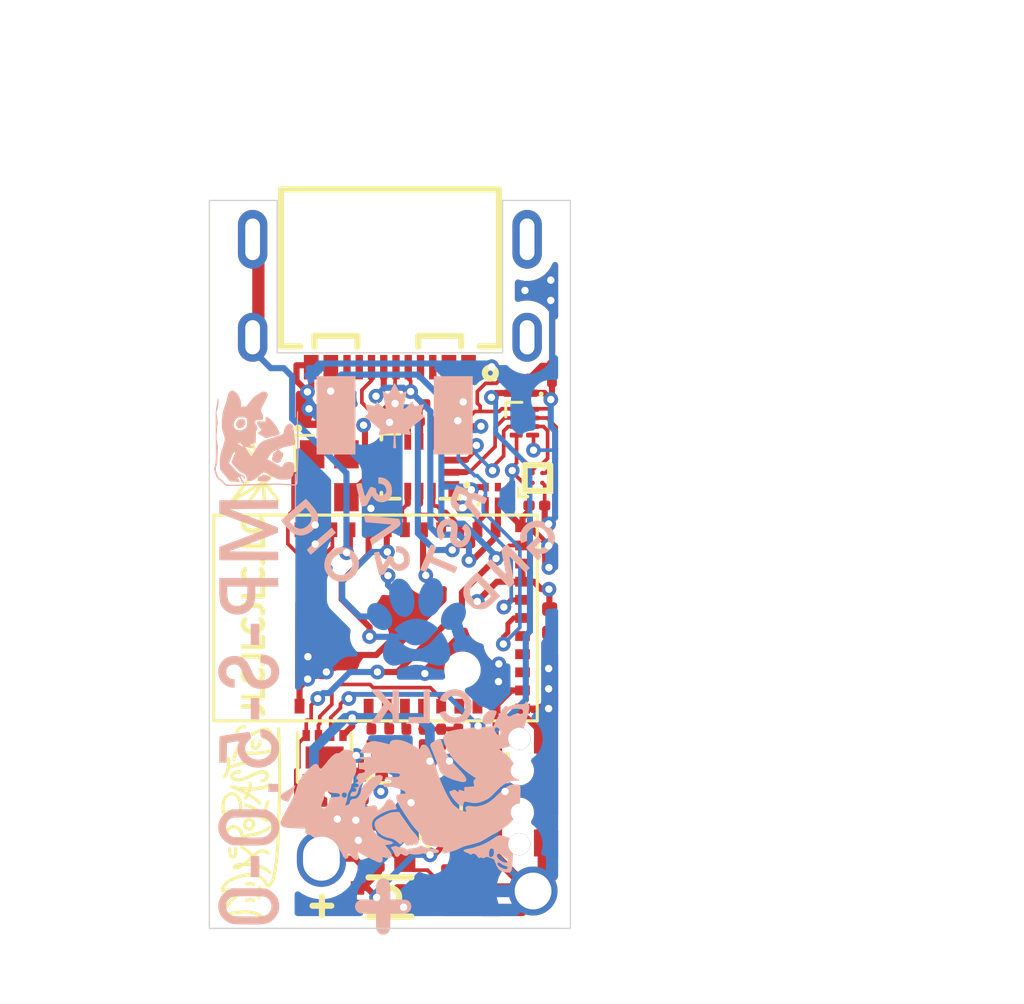
<source format=kicad_pcb>
(kicad_pcb (version 20240108) (generator "pcbnew") (generator_version "8.0")
  (layers (0 "F.Cu" signal) (1 "In1.Cu" signal) (2 "In2.Cu" signal) (31 "B.Cu" signal) (34 "B.Paste" user) (35 "F.Paste" user) (36 "B.SilkS" user "B.Silkscreen") (37 "F.SilkS" user "F.Silkscreen") (38 "B.Mask" user) (39 "F.Mask" user) (44 "Edge.Cuts" user))
  (net 0 "")
  (net 1 "B+")
  (net 2 "SWCLK")
  (net 3 "USB_CHASSIS")
  (net 6 "D-")
  (net 7 "Net-(U6-PROG)")
  (net 8 "D+")
  (net 9 "SWDIO")
  (net 10 "RST")
  (net 12 "SDO")
  (net 13 "+1.8V")
  (net 14 "CS")
  (net 15 "SCL")
  (net 16 "CLK")
  (net 17 "SDA")
  (net 18 "INT1")
  (net 21 "CLK_EN")
  (net 22 "GND")
  (net 23 "SCX_1v8")
  (net 24 "SDX_1v8")
  (net 25 "+3.3V")
  (net 26 "ADC")
  (net 27 "Net-(USB1-CC1)")
  (net 28 "Net-(USB1-CC2)")
  (net 31 "SCX_3v3")
  (net 32 "SDX_3v3")
  (net 36 "LED_B")
  (net 37 "LED_R")
  (net 38 "SW0")
  (net 39 "Net-(T1-B)")
  (net 40 "LED_G")
  (net 41 "Net-(T1-G)")
  (net 42 "Net-(T1-R)")
  (net 43 "CHRG")
  (net 44 "DONE")
  (net 45 "VBUS")
  (net 46 "Net-(U7-FBK)")
  (net 47 "DCEN")
  (net 48 "Net-(U7-SWITCH)")
  (footprint "passive_custom:C_0201_JLC" (layer "F.Cu") (at 118.624846 91.399601 90)
    (property "Reference" "C1n4" (hide yes))
    (property "Value" "47pF" (hide yes))
  )
  (footprint "passive_custom:R_0201_JLC" (layer "F.Cu") (at 112.776 88.541692 90)
    (property "Reference" "R1C3" (hide yes))
    (property "Value" "20k" (hide yes))
  )
  (footprint "passive_custom:R_0201_JLC" (layer "F.Cu") (at 115.544654 85.655463 90)
    (property "Reference" "R2C3" (hide yes))
    (property "Value" "5.1k" (hide yes))
  )
  (footprint "Crystal:Crystal_SMD_2520-4Pin_2.5x2.0mm" (layer "F.Cu") (at 113.858855 74.995027 -90)
    (property "Reference" "X1" (hide yes))
    (property "Value" "SX2M32.768KM20F30TNN" (hide yes))
  )
  (footprint "passive_custom:C_0201_JLC" (layer "F.Cu") (at 117.856 72.771)
    (property "Reference" "C2i1" (hide yes))
    (property "Value" "100nf" (hide yes))
  )
  (footprint "easyeda2kicad:SON-6_L1.5-W1.0-P0.50-BL_SN74LVC1G19DRYR" (layer "F.Cu") (at 120.740873 75.759309)
    (property "Reference" "D1" (hide yes))
    (property "Value" "TPD3E001DRYR-TP" (hide yes))
  )
  (footprint "passive_custom:C_0402_JLC" (layer "F.Cu") (at 118.402833 87.466154)
    (property "Reference" "C1n2" (hide yes))
    (property "Value" "10uF" (hide yes))
  )
  (footprint "MDBT50 footprint:MDBT50" (layer "F.Cu") (at 115.745 80.8 90)
    (property "Reference" "MDBT50_1" (hide yes))
    (property "Value" "MDBT50_52833" (hide yes))
  )
  (footprint "passive_custom:R_0201_JLC" (layer "F.Cu") (at 116.273008 85.650223 90)
    (property "Reference" "R2C2" (hide yes))
    (property "Value" "5.1k" (hide yes))
  )
  (footprint "easyeda2kicad:LED-ARRAY-SMD_4P-L0.80-W0.80-BR" (layer "F.Cu") (at 116.345986 86.995 -90)
    (property "Reference" "T1")
    (property "Value" "~")
  )
  (footprint "passive_custom:R_0201_JLC" (layer "F.Cu") (at 116.973098 85.664018 90)
    (property "Reference" "R2C1" (hide yes))
    (property "Value" "5.1k" (hide yes))
  )
  (footprint "passive_custom:C_0201_JLC" (layer "F.Cu") (at 122.333527 76.208282)
    (property "Reference" "C1m1" (hide yes))
    (property "Value" "2.2uF" (hide yes))
  )
  (footprint "passive_custom:R_0201_JLC" (layer "F.Cu") (at 119.9896 91.3892 90)
    (property "Reference" "R1D2" (hide yes))
    (property "Value" "5.6M" (hide yes))
  )
  (footprint "easyeda2kicad:USB-C-SMD_TYPE-C-16P-CB0.8-073" (layer "F.Cu") (at 116.332 67.952 180)
    (property "Reference" "USB1" (hide yes))
    (property "Value" "TYPE-C 16P CB0.8 073" (hide yes))
  )
  (footprint "passive_custom:R_0201_JLC" (layer "F.Cu") (at 113.869988 88.274863)
    (property "Reference" "R1C1" (hide yes))
    (property "Value" "20k" (hide yes))
  )
  (footprint "easyeda2kicad:L0603" (layer "F.Cu") (at 116.9416 90.0684 90)
    (property "Reference" "L1" (hide yes))
    (property "Value" "LQM18FN1R0M00D" (hide yes))
  )
  (footprint "passive_custom:C_0402_JLC" (layer "F.Cu") (at 122.848345 80.899 -90)
    (property "Reference" "C2n1" (hide yes))
    (property "Value" "10uF" (hide yes))
  )
  (footprint "passive_custom:R_0201_JLC" (layer "F.Cu") (at 117.74789 85.660312 -90)
    (property "Reference" "R1D1" (hide yes))
    (property "Value" "5.6M" (hide yes))
  )
  (footprint "passive_custom:C_0201_JLC" (layer "F.Cu") (at 122.94615 70.831559 -90)
    (property "Reference" "c2_3r1" (hide yes))
    (property "Value" "1uF" (hide yes))
  )
  (footprint "passive_custom:R_0201_JLC" (layer "F.Cu") (at 119.359865 91.407908 -90)
    (property "Reference" "R2D2" (hide yes))
    (property "Value" "3.3M" (hide yes))
  )
  (footprint "easyeda2kicad:SW-SMD_4P-L2.6-W1.6-P0.75-LS3.0" (layer "F.Cu") (at 116.332 92.202)
    (property "Reference" "SW1" (hide yes))
    (property "Value" "1TS026A-1100-0550-CT" (hide yes))
  )
  (footprint "passive_custom:R_0201_JLC" (layer "F.Cu") (at 115.57 90.932)
    (property "Reference" "R1R1" (hide yes))
    (property "Value" "20k" (hide yes))
  )
  (footprint "passive_custom:C_0402_JLC" (layer "F.Cu") (at 115.824 89.662 -90)
    (property "Reference" "C1n3" (hide yes))
    (property "Value" "10uF" (hide yes))
  )
  (footprint "buttons_custom:GT-TC020B-H035-L05" (layer "F.Cu") (at 121.28594 87.884881 90)
    (property "Reference" "S1" (hide yes))
    (property "Value" "GT-TC020B-H035-L05" (hide yes))
  )
  (footprint "easyeda2kicad:DFN-8_L2.0-W2.0-P0.50-TL-EP1.6" (layer "F.Cu") (at 113.669001 86.498 90)
    (property "Reference" "U6" (hide yes))
    (property "Value" "~" (hide yes))
  )
  (footprint "easyeda2kicad:DFN-6_L1.5-W1.5-P0.50-BL-EP1.0" (layer "F.Cu") (at 118.4198 88.980701 90)
    (property "Reference" "U7" (hide yes))
    (property "Value" "EA8103" (hide yes))
  )
  (footprint "passive_custom:C_0201_JLC" (layer "F.Cu") (at 114.173 72.942789)
    (property "Reference" "C1i1" (hide yes))
    (property "Value" "100nf" (hide yes))
  )
  (footprint "imu_custom:ICM-42688-P" (layer "F.Cu") (at 117.562331 74.60518 180)
    (property "Reference" "U1" (hide yes))
    (property "Value" "ICM-45686" (hide yes))
  )
  (footprint "easyeda2kicad:DFN-4_L1.0-W1.0-P0.65-BL-EP" (layer "F.Cu") (at 121.67297 71.294019 90)
    (property "Reference" "U5" (hide yes))
    (property "Value" "SSP7615-33DFR" (hide yes))
  )
  (footprint "justPads_custom:2_3-1.5_2.5_1_1" (layer "F.Cu") (at 113.538 90.6272)
    (property "Reference" "B+1" (hide yes))
    (property "Value" "B+" (hide yes))
  )
  (footprint "passive_custom:R_0201_JLC" (layer "F.Cu") (at 118.072884 72.102369 180)
    (property "Reference" "R1U1" (hide yes))
    (property "Value" "5.1k" (hide yes))
  )
  (footprint "passive_custom:C_0402_JLC" (layer "F.Cu") (at 115.156359 87.652607 -90)
    (property "Reference" "C1n1" (hide yes))
    (property "Value" "10uF" (hide yes))
  )
  (footprint "Package_SON:X2SON-8_1.4x1mm_P0.35mm" (layer "F.Cu") (at 121.821383 72.810101)
    (property "Reference" "U2" (hide yes))
    (property "Value" "TXS0102DQER" (hide yes))
  )
  (footprint "passive_custom:R_0201_JLC" (layer "F.Cu") (at 114.198863 72.205736)
    (property "Reference" "R2U1" (hide yes))
    (property "Value" "5.1k" (hide yes))
  )
  (footprint "LOGO" (layer "F.Cu") (at 110.871 74.803 90)
    (property "Reference" "G***" (hide yes))
    (property "Value" "LOGO" (hide yes))
  )
  (footprint "passive_custom:R_0201_JLC" (layer "F.Cu") (at 119.089158 85.661909 90)
    (property "Reference" "R2D1" (hide yes))
    (property "Value" "3.3M" (hide yes))
  )
  (footprint "justPads_custom:2_3-1.5_2.5_1_1" (layer "F.Cu") (at 122.174 91.948)
    (property "Reference" "B-1" (hide yes))
    (property "Value" "B-" (hide yes))
  )
  (footprint "LOGO" (layer "F.Cu") (at 110.659421 89.211385 90)
    (property "Reference" "G***" (hide yes))
    (property "Value" "LOGO" (hide yes))
  )
  (footprint "passive_custom:C_0201_JLC" (layer "F.Cu") (at 118.422399 85.6555 90)
    (property "Reference" "C2R2" (hide yes))
    (property "Value" "10nf" (hide yes))
  )
  (footprint "mag_custom:QMC6309" (layer "F.Cu") (at 122.352607 75.08366 90)
    (property "Reference" "U3" (hide yes))
    (property "Value" "QMC6309" (hide yes))
  )
  (footprint "LOGO" (layer "B.Cu") (at 116.514106 79.170018 -90)
    (property "Reference" "G***" (hide yes))
    (property "Value" "LOGO" (hide yes))
  )
  (footprint "MDBT50 footprint:Paw-Connect_RevA_TC2030-IDC-NL_2x03_P1.27mm_Vertical" (layer "B.Cu") (at 117.745 81.3 180)
    (property "Reference" "TP1" (hide yes))
    (property "Value" "~" (hide yes))
  )
  (gr_line (start 123.698 63.754) (end 120.932 63.754) (stroke (width 0.05)) (layer "Edge.Cuts"))
  (gr_line (start 111.731987 63.754) (end 111.732 69.977) (stroke (width 0.05)) (layer "Edge.Cuts"))
  (gr_line (start 120.932 63.754) (end 120.932 69.977) (stroke (width 0.05)) (layer "Edge.Cuts"))
  (gr_line (start 108.966 63.754) (end 111.731987 63.754) (stroke (width 0.05)) (layer "Edge.Cuts"))
  (gr_line (start 108.966 93.472) (end 108.966 63.754) (stroke (width 0.05)) (layer "Edge.Cuts"))
  (gr_line (start 108.966 93.472) (end 123.698 93.472) (stroke (width 0.05)) (layer "Edge.Cuts"))
  (gr_line (start 111.732 69.977) (end 120.932 69.977) (stroke (width 0.05)) (layer "Edge.Cuts"))
  (gr_line (start 123.698 93.472) (end 123.698 63.754) (stroke (width 0.05)) (layer "Edge.Cuts"))
  (gr_text "JLCJLCJLCJLC" (at 111.252 84.963 90) (layer "F.SilkS") (effects (font (size 0.8 0.8) (thickness 0.2) (bold yes)) (justify left bottom)))
  (gr_text "+" (at 112.776 93.0656 0) (layer "F.SilkS") (effects (font (size 1 1) (thickness 0.25) (bold yes)) (justify left bottom)))
  (segment (start 121.188987 71.618002) (end 121.19297 71.614019) (width 0.25) (layer "F.Cu") (net 1))
  (segment (start 114.79489 85.22211) (end 114.419 85.598) (width 0.25) (layer "F.Cu") (net 1))
  (segment (start 117.940235 87.462154) (end 117.916617 87.485772) (width 0.25) (layer "F.Cu") (net 1))
  (segment (start 114.79489 84.882135) (end 114.79489 85.22211) (width 0.25) (layer "F.Cu") (net 1))
  (segment (start 120.451114 71.772999) (end 120.365939 71.772999) (width 0.15) (layer "F.Cu") (net 1))
  (segment (start 117.916617 87.485772) (end 117.916617 88.277519) (width 0.25) (layer "F.Cu") (net 1))
  (segment (start 117.650046 86.011887) (end 117.612235 85.974076) (width 0.2) (layer "F.Cu") (net 1))
  (segment (start 117.963182 86.647972) (end 117.875439 86.735715) (width 0.25) (layer "F.Cu") (net 1))
  (segment (start 117.650046 86.334836) (end 117.650046 86.011887) (width 0.2) (layer "F.Cu") (net 1))
  (segment (start 113.538 90.6272) (end 114.9112 90.6272) (width 0.25) (layer "F.Cu") (net 1))
  (segment (start 117.916617 88.277519) (end 117.919799 88.280701) (width 0.25) (layer "F.Cu") (net 1))
  (segment (start 120.451114 71.772999) (end 120.349869 71.772999) (width 0.25) (layer "F.Cu") (net 1))
  (segment (start 120.473899 71.795784) (end 120.451114 71.772999) (width 0.15) (layer "F.Cu") (net 1))
  (segment (start 120.651681 71.618002) (end 121.188987 71.618002) (width 0.25) (layer "F.Cu") (net 1))
  (segment (start 117.963182 87.439207) (end 117.940235 87.462154) (width 0.25) (layer "F.Cu") (net 1))
  (segment (start 114.9112 90.6272) (end 115.25 90.966) (width 0.25) (layer "F.Cu") (net 1))
  (segment (start 117.963182 86.647972) (end 117.963182 87.439207) (width 0.25) (layer "F.Cu") (net 1))
  (segment (start 117.963182 86.647972) (end 117.650046 86.334836) (width 0.2) (layer "F.Cu") (net 1))
  (segment (start 120.473899 71.795784) (end 120.651681 71.618002) (width 0.25) (layer "F.Cu") (net 1))
  (via (at 117.963182 86.647972) (size 0.6) (drill 0.3) (layers "F.Cu" "B.Cu") (net 1))
  (via (at 120.473899 71.795784) (size 0.6) (drill 0.3) (layers "F.Cu" "B.Cu") (net 1))
  (via (at 114.79489 84.882135) (size 0.6) (drill 0.3) (layers "F.Cu" "B.Cu") (net 1))
  (segment (start 117.963182 86.252818) (end 118.32 85.896) (width 0.25) (layer "B.Cu") (net 1))
  (segment (start 113.2332 86.1568) (end 113.2332 90.3224) (width 0.4) (layer "B.Cu") (net 1))
  (segment (start 118.32 85.896) (end 120.124383 85.896) (width 0.25) (layer "B.Cu") (net 1))
  (segment (start 121.878075 84.142308) (end 121.878075 81.514522) (width 0.25) (layer "B.Cu") (net 1))
  (segment (start 120.65 71.971885) (end 120.473899 71.795784) (width 0.2) (layer "B.Cu") (net 1))
  (segment (start 121.878075 81.514522) (end 122.047 81.345597) (width 0.25) (layer "B.Cu") (net 1))
  (segment (start 117.963182 85.298782) (end 117.546535 84.882135) (width 0.4) (layer "B.Cu") (net 1))
  (segment (start 117.962448 86.648706) (end 117.963182 86.647972) (width 0.25) (layer "B.Cu") (net 1))
  (segment (start 122.047 81.345597) (end 122.047 76.581) (width 0.25) (layer "B.Cu") (net 1))
  (segment (start 122.047 76.581) (end 122.047 74.653376) (width 0.2) (layer "B.Cu") (net 1))
  (segment (start 120.124383 85.896) (end 121.878075 84.142308) (width 0.25) (layer "B.Cu") (net 1))
  (segment (start 113.2332 90.3224) (end 113.538 90.6272) (width 0.4) (layer "B.Cu") (net 1))
  (segment (start 117.963182 86.647972) (end 117.963182 86.252818) (width 0.25) (layer "B.Cu") (net 1))
  (segment (start 122.047 74.653376) (end 120.65 73.256376) (width 0.2) (layer "B.Cu") (net 1))
  (segment (start 117.963182 86.647972) (end 117.963182 85.298782) (width 0.4) (layer "B.Cu") (net 1))
  (segment (start 114.507865 84.882135) (end 113.2332 86.1568) (width 0.4) (layer "B.Cu") (net 1))
  (segment (start 114.79489 84.882135) (end 114.507865 84.882135) (width 0.4) (layer "B.Cu") (net 1))
  (segment (start 120.65 73.256376) (end 120.65 71.971885) (width 0.2) (layer "B.Cu") (net 1))
  (segment (start 117.546535 84.882135) (end 114.79489 84.882135) (width 0.4) (layer "B.Cu") (net 1))
  (segment (start 114.367642 79.307358) (end 115.465 78.21) (width 0.25) (layer "F.Cu") (net 2))
  (segment (start 114.367642 80.036645) (end 114.367642 79.307358) (width 0.25) (layer "F.Cu") (net 2))
  (segment (start 115.465 78.21) (end 115.465 77.2) (width 0.25) (layer "F.Cu") (net 2))
  (segment (start 115.502341 81.171344) (end 114.367642 80.036645) (width 0.25) (layer "F.Cu") (net 2))
  (segment (start 115.502341 81.557204) (end 115.502341 81.171344) (width 0.25) (layer "F.Cu") (net 2))
  (via (at 115.502341 81.557204) (size 0.6) (drill 0.3) (layers "F.Cu" "B.Cu") (net 2))
  (segment (start 117.174797 81.570203) (end 117.405 81.34) (width 0.25) (layer "B.Cu") (net 2))
  (segment (start 115.732709 81.570203) (end 117.174797 81.570203) (width 0.25) (layer "B.Cu") (net 2))
  (segment (start 115.502341 81.557204) (end 115.71971 81.557204) (width 0.25) (layer "B.Cu") (net 2))
  (segment (start 115.71971 81.557204) (end 115.732709 81.570203) (width 0.25) (layer "B.Cu") (net 2))
  (segment (start 110.915965 69.980383) (end 110.915965 69.218163) (width 0.25) (layer "F.Cu") (net 3))
  (segment (start 110.966 65.218401) (end 110.966 69.218401) (width 0.5) (layer "F.Cu") (net 3))
  (segment (start 114.564313 78.134635) (end 114.725 77.973948) (width 0.2) (layer "F.Cu") (net 3))
  (segment (start 110.966 69.7164) (end 110.966 69.218401) (width 0.2) (layer "F.Cu") (net 3))
  (segment (start 114.725 77.973948) (end 114.725 77.2) (width 0.2) (layer "F.Cu") (net 3))
  (segment (start 110.966 69.218401) (end 110.966 69.668401) (width 0.25) (layer "F.Cu") (net 3))
  (via (at 114.564313 78.134635) (size 0.6) (drill 0.3) (layers "F.Cu" "B.Cu") (net 3))
  (segment (start 112.004 70.602) (end 111.473118 70.602) (width 0.25) (layer "B.Cu") (net 3))
  (segment (start 111.473118 70.602) (end 111.107 70.235884) (width 0.25) (layer "B.Cu") (net 3))
  (segment (start 114.56 78.130322) (end 114.56 74.883509) (width 0.25) (layer "B.Cu") (net 3))
  (segment (start 114.56 74.883509) (end 112.343601 72.66711) (width 0.25) (layer "B.Cu") (net 3))
  (segment (start 111.107 70.235884) (end 110.732 69.860884) (width 0.25) (layer "B.Cu") (net 3))
  (segment (start 112.343601 72.66711) (end 112.343601 70.941601) (width 0.25) (layer "B.Cu") (net 3))
  (segment (start 112.343601 70.941601) (end 112.004 70.602) (width 0.25) (layer "B.Cu") (net 3))
  (segment (start 114.564313 78.134635) (end 114.56 78.130322) (width 0.25) (layer "B.Cu") (net 3))
  (segment (start 110.732 69.860884) (end 110.732 69.178163) (width 0.25) (layer "B.Cu") (net 3))
  (segment (start 117.083889 70.368876) (end 117.075104 70.360091) (width 0.25) (layer "F.Cu") (net 6))
  (segment (start 117.179503 71.125895) (end 117.082 71.028392) (width 0.15) (layer "F.Cu") (net 6))
  (segment (start 120.740873 77.104127) (end 120.645 77.2) (width 0.25) (layer "F.Cu") (net 6))
  (segment (start 119.556664 78.45) (end 119.701396 78.45) (width 0.25) (layer "F.Cu") (net 6))
  (segment (start 116.082 71.429891) (end 116.082 70.612401) (width 0.25) (layer "F.Cu") (net 6))
  (segment (start 120.645 77.506396) (end 120.645 77.2) (width 0.25) (layer "F.Cu") (net 6))
  (segment (start 117.179503 71.559262) (end 117.179503 71.125895) (width 0.15) (layer "F.Cu") (net 6))
  (segment (start 119.701396 78.45) (end 120.645 77.506396) (width 0.25) (layer "F.Cu") (net 6))
  (segment (start 117.082 71.028392) (end 117.082 70.358163) (width 0.15) (layer "F.Cu") (net 6))
  (segment (start 120.740873 76.059309) (end 120.740873 77.104127) (width 0.25) (layer "F.Cu") (net 6))
  (segment (start 115.764566 71.747325) (end 116.082 71.429891) (width 0.25) (layer "F.Cu") (net 6))
  (via (at 115.764566 71.747325) (size 0.6) (drill 0.3) (layers "F.Cu" "B.Cu") (net 6))
  (via (at 117.179503 71.559262) (size 0.6) (drill 0.3) (layers "F.Cu" "B.Cu") (net 6))
  (via (at 119.556664 78.45) (size 0.6) (drill 0.3) (layers "F.Cu" "B.Cu") (net 6))
  (segment (start 117.983 72.362759) (end 117.983 77.089) (width 0.25) (layer "B.Cu") (net 6))
  (segment (start 119.151749 77.400281) (end 119.556664 77.805196) (width 0.25) (layer "B.Cu") (net 6))
  (segment (start 118.294281 77.400281) (end 119.151749 77.400281) (width 0.25) (layer "B.Cu") (net 6))
  (segment (start 116.109756 71.402135) (end 116.882965 71.402135) (width 0.25) (layer "B.Cu") (net 6))
  (segment (start 117.040092 71.559262) (end 117.179503 71.559262) (width 0.25) (layer "B.Cu") (net 6))
  (segment (start 119.556664 77.805196) (end 119.556664 78.45) (width 0.25) (layer "B.Cu") (net 6))
  (segment (start 117.179503 71.559262) (end 117.983 72.362759) (width 0.25) (layer "B.Cu") (net 6))
  (segment (start 116.882965 71.402135) (end 117.040092 71.559262) (width 0.25) (layer "B.Cu") (net 6))
  (segment (start 117.983 77.089) (end 118.294281 77.400281) (width 0.25) (layer "B.Cu") (net 6))
  (segment (start 115.764566 71.747325) (end 116.109756 71.402135) (width 0.25) (layer "B.Cu") (net 6))
  (segment (start 113.549988 88.10526) (end 113.549988 88.308863) (width 0.25) (layer "F.Cu") (net 7))
  (segment (start 113.419002 87.974274) (end 113.549988 88.10526) (width 0.25) (layer "F.Cu") (net 7))
  (segment (start 113.419002 87.398) (end 113.419002 87.974274) (width 0.25) (layer "F.Cu") (net 7))
  (segment (start 118.878714 78.025281) (end 119.078995 77.825) (width 0.25) (layer "F.Cu") (net 8))
  (segment (start 116.543994 70.396169) (end 116.582 70.358163) (width 0.15) (layer "F.Cu") (net 8))
  (segment (start 115.582 71.10773) (end 115.582 71.008066) (width 0.15) (layer "F.Cu") (net 8))
  (segment (start 115.582 71.008066) (end 115.582 70.358163) (width 0.25) (layer "F.Cu") (net 8))
  (segment (start 116.543994 72.047244) (end 116.282596 72.047244) (width 0.15) (layer "F.Cu") (net 8))
  (segment (start 119.905 76.874554) (end 119.905 77.2) (width 0.25) (layer "F.Cu") (net 8))
  (segment (start 115.502325 72.322325) (end 115.189 72.009) (width 0.15) (layer "F.Cu") (net 8))
  (segment (start 119.69 77.825) (end 119.69 77.415) (width 0.25) (layer "F.Cu") (net 8))
  (segment (start 116.282596 72.047244) (end 116.007515 72.322325) (width 0.15) (layer "F.Cu") (net 8))
  (segment (start 115.189 71.50073) (end 115.582 71.10773) (width 0.15) (layer "F.Cu") (net 8))
  (segment (start 116.543994 72.047244) (end 116.543994 70.396169) (width 0.15) (layer "F.Cu") (net 8))
  (segment (start 115.189 72.009) (end 115.189 71.50073) (width 0.15) (layer "F.Cu") (net 8))
  (segment (start 116.007515 72.322325) (end 115.502325 72.322325) (width 0.15) (layer "F.Cu") (net 8))
  (segment (start 119.078995 77.825) (end 119.69 77.825) (width 0.25) (layer "F.Cu") (net 8))
  (segment (start 119.69 77.415) (end 119.905 77.2) (width 0.25) (layer "F.Cu") (net 8))
  (segment (start 120.240875 76.059308) (end 120.240875 76.538679) (width 0.25) (layer "F.Cu") (net 8))
  (segment (start 120.240875 76.538679) (end 119.905 76.874554) (width 0.25) (layer "F.Cu") (net 8))
  (via (at 118.878714 78.025281) (size 0.6) (drill 0.3) (layers "F.Cu" "B.Cu") (net 8))
  (via (at 116.543994 72.047244) (size 0.6) (drill 0.3) (layers "F.Cu" "B.Cu") (net 8))
  (segment (start 116.543994 72.047244) (end 116.703913 72.207163) (width 0.25) (layer "B.Cu") (net 8))
  (segment (start 116.703913 72.207163) (end 117.165163 72.207163) (width 0.25) (layer "B.Cu") (net 8))
  (segment (start 117.165163 72.207163) (end 117.475 72.517) (width 0.25) (layer "B.Cu") (net 8))
  (segment (start 117.475 77.343) (end 118.157281 78.025281) (width 0.25) (layer "B.Cu") (net 8))
  (segment (start 117.475 72.517) (end 117.475 77.343) (width 0.25) (layer "B.Cu") (net 8))
  (segment (start 118.157281 78.025281) (end 118.878714 78.025281) (width 0.25) (layer "B.Cu") (net 8))
  (segment (start 116.205 78.079351) (end 116.230686 78.105037) (width 0.25) (layer "F.Cu") (net 9))
  (segment (start 116.205 77.2) (end 116.205 78.079351) (width 0.25) (layer "F.Cu") (net 9))
  (via (at 116.230686 78.105037) (size 0.6) (drill 0.3) (layers "F.Cu" "B.Cu") (net 9))
  (segment (start 114.388482 80.0309) (end 114.388482 79.30992) (width 0.25) (layer "B.Cu") (net 9))
  (segment (start 115.925 80.74) (end 115.097582 80.74) (width 0.25) (layer "B.Cu") (net 9))
  (segment (start 115.593365 78.105037) (end 116.230686 78.105037) (width 0.25) (layer "B.Cu") (net 9))
  (segment (start 115.097582 80.74) (end 114.388482 80.0309) (width 0.25) (layer "B.Cu") (net 9))
  (segment (start 114.388482 79.30992) (end 115.593365 78.105037) (width 0.25) (layer "B.Cu") (net 9))
  (segment (start 117.685 78.95) (end 117.685 77.2) (width 0.25) (layer "F.Cu") (net 10))
  (segment (start 117.7958 79.0608) (end 117.685 78.95) (width 0.25) (layer "F.Cu") (net 10))
  (via (at 117.7958 79.0608) (size 0.6) (drill 0.3) (layers "F.Cu" "B.Cu") (net 10))
  (segment (start 118.015 79.28) (end 118.015 80) (width 0.25) (layer "B.Cu") (net 10))
  (segment (start 117.7958 79.0608) (end 118.015 79.28) (width 0.25) (layer "B.Cu") (net 10))
  (segment (start 118.846512 75.841983) (end 118.846512 75.346437) (width 0.25) (layer "F.Cu") (net 12))
  (segment (start 120.981576 80.355872) (end 121.277448 80.06) (width 0.2) (layer "F.Cu") (net 12))
  (segment (start 121.277448 80.06) (end 121.745 80.06) (width 0.2) (layer "F.Cu") (net 12))
  (segment (start 119.306007 76.301478) (end 118.846512 75.841983) (width 0.25) (layer "F.Cu") (net 12))
  (via (at 119.306007 76.301478) (size 0.6) (drill 0.3) (layers "F.Cu" "B.Cu") (net 12))
  (via (at 120.981576 80.355872) (size 0.6) (drill 0.3) (layers "F.Cu" "B.Cu") (net 12))
  (segment (start 119.306007 76.301478) (end 119.405651 76.301478) (width 0.15) (layer "B.Cu") (net 12))
  (segment (start 119.405651 76.301478) (end 121.285 78.180827) (width 0.15) (layer "B.Cu") (net 12))
  (segment (start 121.066128 80.355872) (end 120.981576 80.355872) (width 0.15) (layer "B.Cu") (net 12))
  (segment (start 121.285 80.137) (end 121.066128 80.355872) (width 0.15) (layer "B.Cu") (net 12))
  (segment (start 121.285 78.180827) (end 121.285 80.137) (width 0.15) (layer "B.Cu") (net 12))
  (segment (start 117.267872 91.094672) (end 116.9416 90.7684) (width 0.15) (layer "F.Cu") (net 13))
  (segment (start 116.9416 90.7684) (end 116.912429 90.7684) (width 0.45) (layer "F.Cu") (net 13))
  (segment (start 115.258397 72.930621) (end 115.316 72.988224) (width 0.25) (layer "F.Cu") (net 13))
  (segment (start 121.745 78.58) (end 121.745 79.32) (width 0.25) (layer "F.Cu") (net 13))
  (segment (start 120.235726 71.220784) (end 120.483213 71.220784) (width 0.15) (layer "F.Cu") (net 13))
  (segment (start 115.682201 90.159399) (end 115.828 90.159399) (width 0.25) (layer "F.Cu") (net 13))
  (segment (start 121.745 79.32) (end 122.206814 79.32) (width 0.25) (layer "F.Cu") (net 13))
  (segment (start 122.499837 79.613023) (end 122.852347 79.613023) (width 0.25) (layer "F.Cu") (net 13))
  (segment (start 120.678998 71.218002) (end 120.924485 70.972515) (width 0.15) (layer "F.Cu") (net 13))
  (segment (start 120.485995 71.218002) (end 120.678998 71.218002) (width 0.15) (layer "F.Cu") (net 13))
  (segment (start 115.316 72.988224) (end 115.316 73.85588) (width 0.25) (layer "F.Cu") (net 13))
  (segment (start 117.867534 91.094672) (end 117.267872 91.094672) (width 0.15) (layer "F.Cu") (net 13))
  (segment (start 114.823 73.85588) (end 115.316 73.85588) (width 0.25) (layer "F.Cu") (net 13))
  (segment (start 114.400669 73.997319) (end 114.400669 73.937222) (width 0.25) (layer "F.Cu") (net 13))
  (segment (start 118.497263 91.724401) (end 117.867534 91.094672) (width 0.15) (layer "F.Cu") (net 13))
  (segment (start 115.781037 90.264018) (end 115.781037 90.206362) (width 0.35) (layer "F.Cu") (net 13))
  (segment (start 119.103146 72.748146) (end 119.080292 72.771) (width 0.15) (layer "F.Cu") (net 13))
  (segment (start 119.080292 72.771) (end 118.1712 72.771) (width 0.15) (layer "F.Cu") (net 13))
  (segment (start 118.1712 72.771) (end 118.1712 73.069826) (width 0.25) (layer "F.Cu") (net 13))
  (segment (start 115.326433 90.159399) (end 115.682201 90.159399) (width 0.35) (layer "F.Cu") (net 13))
  (segment (start 118.624846 91.724401) (end 118.497263 91.724401) (width 0.15) (layer "F.Cu") (net 13))
  (segment (start 118.624848 91.724402) (end 119.322359 91.724403) (width 0.15) (layer "F.Cu") (net 13))
  (segment (start 119.898899 72.033957) (end 119.898899 71.557611) (width 0.15) (layer "F.Cu") (net 13))
  (segment (start 115.316 73.85588) (end 116.299951 73.85588) (width 0.25) (layer "F.Cu") (net 13))
  (segment (start 120.898583 72.260101) (end 121.486383 72.260101) (width 0.15) (layer "F.Cu") (net 13))
  (segment (start 116.355118 90.211089) (end 115.833966 90.211089) (width 0.35) (layer "F.Cu") (net 13))
  (segment (start 118.1712 73.069826) (end 118.062711 73.178315) (width 0.25) (layer "F.Cu") (net 13))
  (segment (start 119.898899 71.557611) (end 120.235726 71.220784) (width 0.15) (layer "F.Cu") (net 13))
  (segment (start 122.821522 79.627152) (end 122.840305 79.645935) (width 0.25) (layer "F.Cu") (net 13))
  (segment (start 120.015 72.370784) (end 120.015 72.150058) (width 0.15) (layer "F.Cu") (net 13))
  (segment (start 115.046695 89.879661) (end 115.117185 89.809171) (width 0.25) (layer "F.Cu") (net 13))
  (segment (start 120.702763 79.32) (end 121.745 79.32) (width 0.25) (layer "F.Cu") (net 13))
  (segment (start 115.781037 90.206362) (end 115.828 90.159399) (width 0.35) (layer "F.Cu") (net 13))
  (segment (start 120.924485 70.972515) (end 121.191466 70.972515) (width 0.15) (layer "F.Cu") (net 13))
  (segment (start 115.046695 89.879661) (end 115.326433 90.159399) (width 0.35) (layer "F.Cu") (net 13))
  (segment (start 119.421344 72.748146) (end 119.798706 72.370784) (width 0.15) (layer "F.Cu") (net 13))
  (segment (start 122.840305 79.645935) (end 122.840305 80.42436) (width 0.25) (layer "F.Cu") (net 13))
  (segment (start 119.103146 72.748146) (end 119.421344 72.748146) (width 0.15) (layer "F.Cu") (net 13))
  (segment (start 122.840305 80.42436) (end 122.852347 80.436402) (width 0.25) (layer "F.Cu") (net 13))
  (segment (start 120.7879 72.370784) (end 120.898583 72.260101) (width 0.15) (layer "F.Cu") (net 13))
  (segment (start 116.912429 90.7684) (end 116.355118 90.211089) (width 0.35) (layer "F.Cu") (net 13))
  (segment (start 119.798706 72.370784) (end 120.7879 72.370784) (width 0.15) (layer "F.Cu") (net 13))
  (segment (start 119.89758 80.125183) (end 120.702763 79.32) (width 0.25) (layer "F.Cu") (net 13))
  (segment (start 120.015 72.150058) (end 119.898899 72.033957) (width 0.15) (layer "F.Cu") (net 13))
  (segment (start 120.483213 71.220784) (end 120.485995 71.218002) (width 0.15) (layer "F.Cu") (net 13))
  (segment (start 114.558854 74.120026) (end 114.823 73.85588) (width 0.25) (layer "F.Cu") (net 13))
  (segment (start 121.191466 70.972515) (end 121.19297 70.974019) (width 0.15) (layer "F.Cu") (net 13))
  (segment (start 122.206814 79.32) (end 122.499837 79.613023) (width 0.25) (layer "F.Cu") (net 13))
  (segment (start 118.062711 73.178315) (end 118.062711 73.59172) (width 0.25) (layer "F.Cu") (net 13))
  (via (at 122.821522 79.627152) (size 0.6) (drill 0.3) (layers "F.Cu" "B.Cu") (net 13))
  (via (at 115.258397 72.930621) (size 0.6) (drill 0.3) (layers "F.Cu" "B.Cu") (net 13))
  (via (at 116.255028 79.070972) (size 0.6) (drill 0.3) (layers "F.Cu" "B.Cu") (net 13))
  (via (at 119.103146 72.748146) (size 0.6) (drill 0.3) (layers "F.Cu" "B.Cu") (net 13))
  (via (at 119.89758 80.125183) (size 0.6) (drill 0.3) (layers "F.Cu" "B.Cu") (net 13))
  (via (at 115.046695 89.879661) (size 0.6) (drill 0.3) (layers "F.Cu" "B.Cu") (net 13))
  (segment (start 116.255028 79.460028) (end 116.815 80.02) (width 0.25) (layer "B.Cu") (net 13))
  (segment (start 116.255028 79.070972) (end 116.255028 79.460028) (width 0.25) (layer "B.Cu") (net 13))
  (segment (start 116.84 76.358296) (end 117.061951 76.136345) (width 0.15) (layer "F.Cu") (net 14))
  (segment (start 116.945 76.73) (end 116.84 76.625) (width 0.15) (layer "F.Cu") (net 14))
  (segment (start 117.061951 75.61864) (end 117.061951 76.136345) (width 0.25) (layer "F.Cu") (net 14))
  (segment (start 116.945 77.2) (end 116.945 76.73) (width 0.15) (layer "F.Cu") (net 14))
  (segment (start 116.84 76.625) (end 116.84 76.358296) (width 0.15) (layer "F.Cu") (net 14))
  (segment (start 117.562331 76.135976) (end 117.455991 76.242316) (width 0.15) (layer "F.Cu") (net 15))
  (segment (start 118.11 76.581) (end 118.425 76.896) (width 0.15) (layer "F.Cu") (net 15))
  (segment (start 117.455991 76.434991) (end 117.602 76.581) (width 0.15) (layer "F.Cu") (net 15))
  (segment (start 117.562331 75.61864) (end 117.562331 76.135976) (width 0.25) (layer "F.Cu") (net 15))
  (segment (start 117.602 76.581) (end 118.11 76.581) (width 0.15) (layer "F.Cu") (net 15))
  (segment (start 118.425 76.896) (end 118.425 77.2) (width 0.15) (layer "F.Cu") (net 15))
  (segment (start 117.455991 76.242316) (end 117.455991 76.434991) (width 0.15) (layer "F.Cu") (net 15))
  (segment (start 115.362375 74.625365) (end 115.362375 75.066507) (width 0.2) (layer "F.Cu") (net 16))
  (segment (start 115.7967 74.35626) (end 115.63148 74.35626) (width 0.2) (layer "F.Cu") (net 16))
  (segment (start 116.299951 74.35626) (end 115.7967 74.35626) (width 0.25) (layer "F.Cu") (net 16))
  (segment (start 115.362375 75.066507) (end 114.558855 75.870027) (width 0.2) (layer "F.Cu") (net 16))
  (segment (start 115.63148 74.35626) (end 115.362375 74.625365) (width 0.2) (layer "F.Cu") (net 16))
  (segment (start 118.618 76.454) (end 119.165 77.001) (width 0.15) (layer "F.Cu") (net 17))
  (segment (start 118.166888 76.231) (end 118.254974 76.231) (width 0.15) (layer "F.Cu") (net 17))
  (segment (start 118.062711 76.126823) (end 118.166888 76.231) (width 0.15) (layer "F.Cu") (net 17))
  (segment (start 118.062711 75.61864) (end 118.062711 76.126823) (width 0.25) (layer "F.Cu") (net 17))
  (segment (start 119.165 77.001) (end 119.165 77.2) (width 0.15) (layer "F.Cu") (net 17))
  (segment (start 118.477974 76.454) (end 118.618 76.454) (width 0.15) (layer "F.Cu") (net 17))
  (segment (start 118.254974 76.231) (end 118.477974 76.454) (width 0.15) (layer "F.Cu") (net 17))
  (segment (start 121.385 80.8) (end 121.745 80.8) (width 0.2) (layer "F.Cu") (net 18))
  (segment (start 118.879296 73.85588) (end 118.824711 73.85588) (width 0.25) (layer "F.Cu") (net 18))
  (segment (start 120.049907 72.977179) (end 119.757997 72.977179) (width 0.25) (layer "F.Cu") (net 18))
  (segment (start 120.96109 81.865821) (end 120.96109 81.58391) (width 0.2) (layer "F.Cu") (net 18))
  (segment (start 119.757997 72.977179) (end 118.879296 73.85588) (width 0.25) (layer "F.Cu") (net 18))
  (segment (start 121.145 81.04) (end 121.385 80.8) (width 0.2) (layer "F.Cu") (net 18))
  (segment (start 120.96109 81.58391) (end 121.145 81.4) (width 0.2) (layer "F.Cu") (net 18))
  (segment (start 121.145 81.4) (end 121.145 81.04) (width 0.2) (layer "F.Cu") (net 18))
  (via (at 120.96109 81.865821) (size 0.6) (drill 0.3) (layers "F.Cu" "B.Cu") (net 18))
  (via (at 120.049907 72.977179) (size 0.6) (drill 0.3) (layers "F.Cu" "B.Cu") (net 18))
  (segment (start 120.232294 75.328186) (end 120.232294 75.804532) (width 0.15) (layer "B.Cu") (net 18))
  (segment (start 120.142 75.894826) (end 120.142 76.454) (width 0.15) (layer "B.Cu") (net 18))
  (segment (start 119.625649 73.180238) (end 119.126 73.679887) (width 0.15) (layer "B.Cu") (net 18))
  (segment (start 119.795413 74.991359) (end 119.895467 74.991359) (width 0.15) (layer "B.Cu") (net 18))
  (segment (start 121.635 81.191911) (end 120.96109 81.865821) (width 0.15) (layer "B.Cu") (net 18))
  (segment (start 119.846848 73.180238) (end 119.625649 73.180238) (width 0.15) (layer "B.Cu") (net 18))
  (segment (start 119.895467 74.991359) (end 120.232294 75.328186) (width 0.15) (layer "B.Cu") (net 18))
  (segment (start 120.142 76.454) (end 121.635 77.947) (width 0.15) (layer "B.Cu") (net 18))
  (segment (start 120.232294 75.804532) (end 120.142 75.894826) (width 0.15) (layer "B.Cu") (net 18))
  (segment (start 121.635 77.947) (end 121.635 81.191911) (width 0.15) (layer "B.Cu") (net 18))
  (segment (start 119.126 74.321946) (end 119.795413 74.991359) (width 0.15) (layer "B.Cu") (net 18))
  (segment (start 119.126 73.679887) (end 119.126 74.321946) (width 0.15) (layer "B.Cu") (net 18))
  (segment (start 120.049907 72.977179) (end 119.846848 73.180238) (width 0.15) (layer "B.Cu") (net 18))
  (segment (start 112.17 76.625) (end 112.383856 76.411144) (width 0.15) (layer "F.Cu") (net 21))
  (segment (start 112.75202 78.35702) (end 112.17 77.775) (width 0.15) (layer "F.Cu") (net 21))
  (segment (start 113.526136 78.35702) (end 112.75202 78.35702) (width 0.15) (layer "F.Cu") (net 21))
  (segment (start 112.383856 74.895026) (end 113.158855 74.120027) (width 0.15) (layer "F.Cu") (net 21))
  (segment (start 112.383856 76.411144) (end 112.383856 74.895026) (width 0.15) (layer "F.Cu") (net 21))
  (segment (start 113.985 77.898156) (end 113.526136 78.35702) (width 0.15) (layer "F.Cu") (net 21))
  (segment (start 112.17 77.775) (end 112.17 76.625) (width 0.15) (layer "F.Cu") (net 21))
  (segment (start 113.985 77.2) (end 113.985 77.898156) (width 0.15) (layer "F.Cu") (net 21))
  (segment (start 112.645 83.629141) (end 112.645 84.4) (width 0.25) (layer "F.Cu") (net 22))
  (segment (start 119.021506 85.975672) (end 119.38594 86.340106) (width 0.25) (layer "F.Cu") (net 22))
  (segment (start 113.919003 87.398001) (end 113.919003 86.748002) (width 0.25) (layer "F.Cu") (net 22))
  (segment (start 114.681 82.423) (end 114.793198 82.310802) (width 0.25) (layer "F.Cu") (net 22))
  (segment (start 113.919003 87.398001) (end 113.919003 87.837879) (width 0.25) (layer "F.Cu") (net 22))
  (segment (start 119.019898 85.974064) (end 119.021506 85.975672) (width 0.2) (layer "F.Cu") (net 22))
  (segment (start 118.872 86.748872) (end 118.872 87.433921) (width 0.25) (layer "F.Cu") (net 22))
  (segment (start 117.562331 73.59172) (end 117.562331 72.672655) (width 0.25) (layer "F.Cu") (net 22))
  (segment (start 122.14297 70.89715) (end 122.428 70.61212) (width 0.25) (layer "F.Cu") (net 22))
  (segment (start 118.763148 86.64002) (end 118.763148 86.68036) (width 0.25) (layer "F.Cu") (net 22))
  (segment (start 112.5728 84.4722) (end 112.645 84.4) (width 0.25) (layer "F.Cu") (net 22))
  (segment (start 120.01094 87.435266) (end 120.01094 87.884881) (width 0.25) (layer "F.Cu") (net 22))
  (segment (start 122.174 92.2528) (end 121.7048 92.722) (width 0.5) (layer "F.Cu") (net 22))
  (segment (start 121.745 84.5) (end 121.677274 84.5) (width 0.25) (layer "F.Cu") (net 22))
  (segment (start 122.174 91.821) (end 122.363366 92.010366) (width 0.75) (layer "F.Cu") (net 22))
  (segment (start 122.566364 89.916487) (end 122.566364 85.790364) (width 0.5) (layer "F.Cu") (net 22))
  (segment (start 115.847704 75.35448) (end 116.299951 75.35448) (width 0.25) (layer "F.Cu") (net 22))
  (segment (start 112.968601 71.571717) (end 113.122 71.418318) (width 0.25) (layer "F.Cu") (net 22))
  (segment (start 118.872 87.433921) (end 118.900233 87.462154) (width 0.25) (layer "F.Cu") (net 22))
  (segment (start 120.501017 89.392983) (end 120.31 89.584) (width 0.25) (layer "F.Cu") (net 22))
  (segment (start 121.312737 74.663267) (end 121.50118 74.474824) (width 0.15) (layer "F.Cu") (net 22))
  (segment (start 119.38594 86.810266) (end 120.01094 87.435266) (width 0.25) (layer "F.Cu") (net 22))
  (segment (start 113.22702 77.78202) (end 112.645 77.2) (width 0.25) (layer "F.Cu") (net 22))
  (segment (start 114.041668 88.861692) (end 114.189988 89.010012) (width 0.25) (layer "F.Cu") (net 22))
  (segment (start 117.1956 88.3412) (end 117.835101 88.980701) (width 0.2) (layer "F.Cu") (net 22))
  (segment (start 112.978246 83.295895) (end 112.645 83.629141) (width 0.25) (layer "F.Cu") (net 22))
  (segment (start 120.01 87.774004) (end 120.01 87.884) (width 0.25) (layer "F.Cu") (net 22))
  (segment (start 122.56 85.517274) (end 122.56 85.784) (width 0.25) (layer "F.Cu") (net 22))
  (segment (start 118.763148 86.64002) (end 118.872 86.748872) (width 0.25) (layer "F.Cu") (net 22))
  (segment (start 117.061951 73.138725) (end 117.061951 73.59172) (width 0.25) (layer "F.Cu") (net 22))
  (segment (start 122.56 92.07) (end 122.174 92.456) (width 0.25) (layer "F.Cu") (net 22))
  (segment (start 116.317438 72.814496) (end 116.427737 72.704197) (width 0.25) (layer "F.Cu") (net 22))
  (segment (start 122.174 92.075) (end 122.174 92.456) (width 0.4) (layer "F.Cu") (net 22))
  (segment (start 118.900233 88.261133) (end 118.919801 88.280701) (width 0.25) (layer "F.Cu") (net 22))
  (segment (start 122.005575 76.20513) (end 122.005575 75.51826) (width 0.15) (layer "F.Cu") (net 22))
  (segment (start 120.023601 91.709199) (end 121.935199 91.709199) (width 0.15) (layer "F.Cu") (net 22))
  (segment (start 122.56 89.984) (end 122.56 92.07) (width 0.4) (layer "F.Cu") (net 22))
  (segment (start 116.294958 74.849107) (end 116.299951 74.8541) (width 0.25) (layer "F.Cu") (net 22))
  (segment (start 122.809 84.5) (end 122.56 84.749) (width 0.25) (layer "F.Cu") (net 22))
  (segment (start 122.005575 75.51826) (end 121.312737 74.825422) (width 0.15) (layer "F.Cu") (net 22))
  (segment (start 122.898 67.836789) (end 122.955138 67.893927) (width 0.25) (layer "F.Cu") (net 22))
  (segment (start 122.821668 77.863668) (end 122.809 77.851) (width 0.25) (layer "F.Cu") (net 22))
  (segment (start 116.68244 81.407) (end 117.221 81.407) (width 0.25) (layer "F.Cu") (net 22))
  (segment (start 113.158856 76.879613) (end 113.282773 77.00353) (width 0.25) (layer "F.Cu") (net 22))
  (segment (start 120.01 87.884) (end 121.031 87.884) (width 0.75) (layer "F.Cu") (net 22))
  (segment (start 113.878863 72.239736) (end 113.053264 72.239736) (width 0.25) (layer "F.Cu") (net 22))
  (segment (start 122.14297 70.974019) (end 122.14297 70.89715) (width 0.25) (layer "F.Cu") (net 22))
  (segment (start 122.605897 89.95602) (end 122.566364 89.916487) (width 0.5) (layer "F.Cu") (net 22))
  (segment (start 122.428 70.61212) (end 122.428 70.612) (width 0.1) (layer "F.Cu") (net 22))
  (segment (start 118.763148 86.64002) (end 118.879182 86.756054) (width 0.25) (layer "F.Cu") (net 22))
  (segment (start 117.652 92.581998) (end 117.652001 92.581999) (width 0.25) (layer "F.Cu") (net 22))
  (segment (start 114.793198 82.310802) (end 115.778638 82.310802) (width 0.25) (layer "F.Cu") (net 22))
  (segment (start 122.008727 76.208282) (end 122.008727 76.434876) (width 0.25) (layer "F.Cu") (net 22))
  (segment (start 116.83821 72.707576) (end 116.841588 72.704198) (width 0.25) (layer "F.Cu") (net 22))
  (segment (start 113.03 72.263) (end 113.709789 72.942789) (width 0.25) (layer "F.Cu") (net 22))
  (segment (start 121.92 84.909) (end 121.951726 84.909) (width 0.25) (layer "F.Cu") (net 22))
  (segment (start 117.562331 72.672655) (end 117.542511 72.652835) (width 0.25) (layer "F.Cu") (net 22))
  (segment (start 114.351742 88.178414) (end 114.340414 88.178414) (width 0.15) (layer "F.Cu") (net 22))
  (segment (start 117.835101 88.980701) (end 118.4198 88.980701) (width 0.2) (layer "F.Cu") (net 22))
  (segment (start 117.491148 72.704198) (end 117.542511 72.652835) (width 0.25) (layer "F.Cu") (net 22))
  (segment (start 121.779232 92.342768) (end 122.174 91.948) (width 0.25) (layer "F.Cu") (net 22))
  (segment (start 122.56 84.749) (end 122.56 85.784) (width 0.25) (layer "F.Cu") (net 22))
  (segment (start 120.31 89.584) (end 120.232 89.662) (width 0.25) (layer "F.Cu") (net 22))
  (segment (start 120.01 87.834281) (end 120.01 87.884) (width 0.25) (layer "F.Cu") (net 22))
  (segment (start 121.031 90.932) (end 122.174 92.075) (width 0.4) (layer "F.Cu") (net 22))
  (segment (start 113.158856 75.870028) (end 113.158856 76.879613) (width 0.25) (layer "F.Cu") (net 22))
  (segment (start 122.955138 70.497771) (end 122.94615 70.506759) (width 0.25) (layer "F.Cu") (net 22))
  (segment (start 122.955138 67.893927) (end 122.955138 70.497771) (width 0.25) (layer "F.Cu") (net 22))
  (segment (start 117.542511 72.652835) (end 117.542511 72.278741) (width 0.25) (layer "F.Cu") (net 22))
  (segment (start 117.060581 73.137355) (end 117.061951 73.138725) (width 0.25) (layer "F.Cu") (net 22))
  (segment (start 122.821668 78.74) (end 122.821668 77.863668) (width 0.25) (layer "F.Cu") (net 22))
  (segment (start 112.810001 88.861692) (end 114.041668 88.861692) (width 0.25) (layer "F.Cu") (net 22))
  (segment (start 120.487198 70.544586) (end 119.932388 70.544586) (width 0.25) (layer "F.Cu") (net 22))
  (segment (start 120.501017 89.363179) (end 120.501017 89.392983) (width 0.25) (layer "F.Cu") (net 22))
  (segment (start 119.588213 87.462154) (end 120.01094 87.884881) (width 0.25) (layer "F.Cu") (net 22))
  (segment (start 118.919801 88.280701) (end 118.919801 88.7807) (width 0.25) (layer "F.Cu") (net 22))
  (segment (start 122.809 84.5) (end 121.745 84.5) (width 0.25) (layer "F.Cu") (net 22))
  (segment (start 116.841588 72.704198) (end 117.491148 72.704198) (width 0.25) (layer "F.Cu") (net 22))
  (segment (start 122.94615 70.506759) (end 122.533241 70.506759) (width 0.25) (layer "F.Cu") (net 22))
  (segment (start 118.900233 87.462154) (end 119.588213 87.462154) (width 0.25) (layer "F.Cu") (net 22))
  (segment (start 116.834831 72.704197) (end 117.060581 72.929947) (width 0.25) (layer "F.Cu") (net 22))
  (segment (start 113.287963 77.78202) (end 113.22702 77.78202) (width 0.25) (layer "F.Cu") (net 22))
  (segment (start 115.8999 74.8541) (end 115.787375 74.966625) (width 0.25) (layer "F.Cu") (net 22))
  (segment (start 122.152607 75.28366) (end 122.005575 75.430692) (width 0.15) (layer "F.Cu") (net 22))
  (segment (start 112.522 70.485) (end 113.035163 70.485) (width 0.25) (layer "F.Cu") (net 22))
  (segment (start 121.312737 74.825422) (end 121.312737 74.663267) (width 0.15) (layer "F.Cu") (net 22))
  (segment (start 116.299951 74.8541) (end 115.8999 74.8541) (width 0.25) (layer "F.Cu") (net 22))
  (segment (start 118.320745 85.974064) (end 119.019898 85.974064) (width 0.2) (layer "F.Cu") (net 22))
  (segment (start 118.900233 87.462154) (end 118.900233 88.261133) (width 0.25) (layer "F.Cu") (net 22))
  (segment (start 120.31 90.211) (end 121.031 90.932) (width 0.4) (layer "F.Cu") (net 22))
  (segment (start 118.763148 86.68036) (end 118.694358 86.74915) (width 0.25) (layer "F.Cu") (net 22))
  (segment (start 117.669066 92.599064) (end 117.652001 92.581999) (width 0.25) (layer "F.Cu") (net 22))
  (segment (start 115.558857 76.327) (end 115.558857 75.643327) (width 0.25) (layer "F.Cu") (net 22))
  (segment (start 121.745 84.734) (end 121.92 84.909) (width 0.25) (layer "F.Cu") (net 22))
  (segment (start 120.01 87.884) (end 120.01 88.872162) (width 0.75) (layer "F.Cu") (net 22))
  (segment (start 118.919801 88.7807) (end 118.7198 88.980701) (width 0.25) (layer "F.Cu") (net 22))
  (segment (start 112.968601 71.571717) (end 112.968601 71.566601) (width 0.25) (layer "F.Cu") (net 22))
  (segment (start 114.189988 89.010012) (end 114.189988 88.308863) (width 0.25) (layer "F.Cu") (net 22))
  (segment (start 119.932388 70.544586) (end 119.745965 70.358163) (width 0.25) (layer "F.Cu") (net 22))
  (segment (start 122.008727 76.208282) (end 122.005575 76.20513) (width 0.15) (layer "F.Cu") (net 22))
  (segment (start 114.189988 88.108864) (end 114.189988 88.308863) (width 0.25) (layer "F.Cu") (net 22))
  (segment (start 121.745 76.698603) (end 121.745 77.1) (width 0.25) (layer "F.Cu") (net 22))
  (segment (start 121.50118 74.474824) (end 121.50118 73.360101) (width 0.15) (layer "F.Cu") (net 22))
  (segment (start 122.566364 85.790364) (end 122.56 85.784) (width 0.5) (layer "F.Cu") (net 22))
  (segment (start 114.388648 88.262094) (end 114.351742 88.299) (width 0.25) (layer "F.Cu") (net 22))
  (segment (start 121.240876 76.05931) (end 121.240876 76.595876) (width 0.25) (layer "F.Cu") (net 22))
  (segment (start 112.522 71.12) (end 112.522 70.485) (width 0.25) (layer "F.Cu") (net 22))
  (segment (start 114.942872 89.055184) (end 115.08709 89.199402) (width 0.25) (layer "F.Cu") (net 22))
  (segment (start 122.005575 75.430692) (end 122.005575 75.51826) (width 0.15) (layer "F.Cu") (net 22))
  (segment (start 117.542511 72.278741) (end 117.752884 72.068368) (width 0.25) (layer "F.Cu") (net 22))
  (segment (start 115.787375 74.966625) (end 115.787375 75.294151) (width 0.25) (layer "F.Cu") (net 22))
  (segment (start 116.427737 72.704197) (end 116.834831 72.704197) (width 0.25) (layer "F.Cu") (net 22))
  (segment (start 121.240876 76.595876) (end 121.745 77.1) (width 0.25) (layer "F.Cu") (net 22))
  (segment (start 113.312 75.724891) (end 113.312 75.568) (width 0.25) (layer "F.Cu") (net 22))
  (segment (start 115.558857 75.643327) (end 115.847704 75.35448) (width 0.25) (layer "F.Cu") (net 22))
  (segment (start 115.787375 75.294151) (end 115.847704 75.35448) (width 0.25) (layer "F.Cu") (net 22))
  (segment (start 113.919003 86.748002) (end 113.669001 86.498) (width 0.25) (layer "F.Cu") (net 22))
  (segment (start 113.919003 87.837879) (end 114.189988 88.108864) (width 0.25) (layer "F.Cu") (net 22))
  (segment (start 121.7048 92.722) (end 120.0912 92.722) (width 0.5) (layer "F.Cu") (net 22))
  (segment (start 119.886173 87.760173) (end 120.01 87.884) (width 0.25) (layer "F.Cu") (net 22))
  (segment (start 112.84147 77.00353) (end 112.645 77.2) (width 0.25) (layer "F.Cu") (net 22))
  (segment (start 115.08709 89.199402) (end 115.828 89.199402) (width 0.25) (layer "F.Cu") (net 22))
  (segment (start 113.709789 72.942789) (end 113.8482 72.942789) (width 0.25) (layer "F.Cu") (net 22))
  (segment (start 115.778638 82.310802) (end 116.68244 81.407) (width 0.25) (layer "F.Cu") (net 22))
  (segment (start 120.023601 91.709199) (end 120.023601 92.654401) (width 0.15) (layer "F.Cu") (net 22))
  (segment (start 113.035163 70.485) (end 113.122 70.398163) (width 0.25) (layer "F.Cu") (net 22))
  (segment (start 122.008727 76.434876) (end 121.745 76.698603) (width 0.25) (layer "F.Cu") (net 22))
  (segment (start 122.79292 77.851) (end 122.809 77.851) (width 0.25) (layer "F.Cu") (net 22))
  (segment (start 122.533241 70.506759) (end 122.428 70.612) (width 0.25) (layer "F.Cu") (net 22))
  (segment (start 120.31 89.584) (end 120.31 90.211) (width 0.4) (layer "F.Cu") (net 22))
  (segment (start 115.156738 88.262094) (end 114.388648 88.262094) (width 0.25) (layer "F.Cu") (net 22))
  (segment (start 119.38594 86.340106) (end 119.38594 86.810266) (width 0.25) (layer "F.Cu") (net 22))
  (segment (start 118.7198 88.980701) (end 118.4198 88.980701) (width 0.25) (layer "F.Cu") (net 22))
  (segment (start 113.282773 77.00353) (end 112.84147 77.00353) (width 0.25) (layer "F.Cu") (net 22))
  (segment (start 121.745 77.1) (end 122.058 77.1) (width 0.25) (layer "F.Cu") (net 22))
  (segment (start 121.935199 91.709199) (end 122.174 91.948) (width 0.15) (layer "F.Cu") (net 22))
  (segment (start 112.968601 71.566601) (end 112.522 71.12) (width 0.25) (layer "F.Cu") (net 22))
  (segment (start 113.122 71.418318) (end 113.122 70.358163) (width 0.25) (layer "F.Cu") (net 22))
  (segment (start 113.053264 72.239736) (end 113.03 72.263) (width 0.25) (layer "F.Cu") (net 22))
  (segment (start 119.949869 87.77415) (end 120.01 87.834281) (width 0.25) (layer "F.Cu") (net 22))
  (segment (start 117.060581 72.929947) (end 117.060581 73.137355) (width 0.25) (layer "F.Cu") (net 22))
  (segment (start 120.01 88.872162) (end 120.501017 89.363179) (width 0.75) (layer "F.Cu") (net 22))
  (segment (start 121.745 84.5) (end 121.745 84.734) (width 0.25) (layer "F.Cu") (net 22))
  (segment (start 122.058 77.1) (end 122.809 77.851) (width 0.25) (layer "F.Cu") (net 22))
  (segment (start 118.919801 87.481722) (end 118.900233 87.462154) (width 0.25) (layer "F.Cu") (net 22))
  (segment (start 117.652 91.822002) (end 117.652 92.581998) (width 0.25) (layer "F.Cu") (net 22))
  (segment (start 120.023601 92.654401) (end 120.0912 92.722) (width 0.15) (layer "F.Cu") (net 22))
  (segment (start 121.951726 84.909) (end 122.56 85.517274) (width 0.25) (layer "F.Cu") (net 22))
  (segment (start 120.01 87.884) (end 119.780135 87.654135) (width 0.25) (layer "F.Cu") (net 22))
  (segment (start 122.174 91.948) (end 122.174 92.2528) (width 0.5) (layer "F.Cu") (net 22))
  (segment (start 121.50118 73.360101) (end 121.486383 73.360101) (width 0.15) (layer "F.Cu") (net 22))
  (via (at 113.03 72.263) (size 0.6) (drill 0.3) (layers "F.Cu" "B.Cu") (net 22))
  (via (at 121.84375 67.432505) (size 0.6) (drill 0.3) (layers "F.Cu" "B.Cu") (net 22))
  (via (at 117.1956 88.3412) (size 0.6) (drill 0.3) (layers "F.Cu" "B.Cu") (net 22))
  (via (at 113.7412 83.0072) (size 0.6) (drill 0.3) (layers "F.Cu" "B.Cu") (net 22))
  (via (at 114.942872 89.055184) (size 0.6) (drill 0.3) (layers "F.Cu" "B.Cu") (net 22))
  (via (at 121.031 87.884) (size 0.6) (drill 0.3) (layers "F.Cu" "B.Cu") (net 22))
  (via (at 112.968601 71.571717) (size 0.6) (drill 0.3) (layers "F.Cu" "B.Cu") (net 22))
  (via (at 115.558857 76.327) (size 0.6) (drill 0.3) (layers "F.Cu" "B.Cu") (net 22))
  (via (at 121.323949 74.783677) (size 0.6) (drill 0.3) (layers "F.Cu" "B.Cu") (net 22))
  (via (at 122.898 67.836789) (size 0.6) (drill 0.3) (layers "F.Cu" "B.Cu") (net 22))
  (via (at 120.763149 83.400817) (size 0.6) (drill 0.3) (layers "F.Cu" "B.Cu") (net 22))
  (via (at 112.978246 83.295895) (size 0.6) (drill 0.3) (layers "F.Cu" "B.Cu") (net 22))
  (via (at 122.809 77.851) (size 0.6) (drill 0.3) (layers "F.Cu" "B.Cu") (net 22))
  (via (at 122.809 83.693) (size 0.6) (drill 0.3) (layers "F.Cu" "B.Cu") (net 22))
  (via (at 113.282773 77.00353) (size 0.6) (drill 0.3) (layers "F.Cu" "B.Cu") (net 22))
  (via (at 122.809 84.5) (size 0.6) (drill 0.3) (layers "F.Cu" "B.Cu") (net 22))
  (via (at 112.986 82.382015) (size 0.6) (drill 0.3) (layers "F.Cu" "B.Cu") (net 22))
  (via (at 116.8908 92.6084) (size 0.6) (drill 0.3) (layers "F.Cu" "B.Cu") (net 22))
  (via (at 120.487198 70.544586) (size 0.6) (drill 0.3) (layers "F.Cu" "B.Cu") (net 22))
  (via (at 120.778905 82.676047) (size 0.6) (drill 0.3) (layers "F.Cu" "B.Cu") (net 22))
  (via (at 116.317438 72.814496) (size 0.6) (drill 0.3) (layers "F.Cu" "B.Cu") (net 22))
  (via (at 117.759544 83.069259) (size 0.6) (drill 0.3) (layers "F.Cu" "B.Cu") (net 22))
  (via (at 114.189988 89.010012) (size 0.6) (drill 0.3) (layers "F.Cu" "B.Cu") (net 22))
  (via (at 122.898 67.010048) (size 0.6) (drill 0.3) (layers "F.Cu" "B.Cu") (net 22))
  (via (at 118.763148 86.64002) (size 0.6) (drill 0.3) (layers "F.Cu" "B.Cu") (net 22))
  (via (at 122.810828 82.865665) (size 0.6) (drill 0.3) (layers "F.Cu" "B.Cu") (net 22))
  (via (at 113.287963 77.78202) (size 0.6) (drill 0.3) (layers "F.Cu" "B.Cu") (net 22))
  (via (at 122.821668 78.74) (size 0.6) (drill 0.3) (layers "F.Cu" "B.Cu") (net 22))
  (segment (start 116.459 72.956058) (end 116.459 73.787) (width 0.25) (layer "B.Cu") (net 22))
  (segment (start 122.174 92.075) (end 122.948 91.301) (width 0.5) (layer "B.Cu") (net 22))
  (segment (start 122.949482 70.229919) (end 123.066454 70.346891) (width 0.25) (layer "B.Cu") (net 22))
  (segment (start 120.92103 71.125372) (end 121.517455 71.721797) (width 0.25) (layer "B.Cu") (net 22))
  (segment (start 120.154 92.722) (end 120.142 92.71) (width 0.5) (layer "B.Cu") (net 22))
  (segment (start 122.949482 67.888271) (end 122.949482 70.229919) (width 0.25) (layer "B.Cu") (net 22))
  (segment (start 122.174 91.948) (end 122.092638 91.948) (width 0.25) (layer "B.Cu") (net 22))
  (segment (start 113.03 71.633116) (end 112.968601 71.571717) (width 0.25) (layer "B.Cu") (net 22))
  (segment (start 122.898 67.836789) (end 122.949482 67.888271) (width 0.25) (layer "B.Cu") (net 22))
  (segment (start 116.317438 72.814496) (end 116.459 72.956058) (width 0.25) (layer "B.Cu") (net 22))
  (segment (start 120.356302 70.41369) (end 113.436623 70.41369) (width 0.25) (layer "B.Cu") (net 22))
  (segment (start 118.925 80.72) (end 118.955921 80.689079) (width 0.25) (layer "B.Cu") (net 22))
  (segment (start 122.948 91.301) (end 122.948 89.508488) (width 0.5) (layer "B.Cu") (net 22))
  (segment (start 120.810157 70.867545) (end 120.810157 70.964189) (width 0.25) (layer "B.Cu") (net 22))
  (segment (start 121.4 92.722) (end 120.154 92.722) (width 0.5) (layer "B.Cu") (net 22))
  (segment (start 122.948 89.508488) (end 122.936 89.496488) (width 0.5) (layer "B.Cu") (net 22))
  (segment (start 121.312737 75.410263) (end 121.031 75.692) (width 0.2) (layer "B.Cu") (net 22))
  (segment (start 122.174 91.948) (end 121.4 92.722) (width 0.5) (layer "B.Cu") (net 22))
  (segment (start 113.436623 70.41369) (end 112.957988 70.892325) (width 0.25) (layer "B.Cu") (net 22))
  (segment (start 120.487198 70.544586) (end 120.810157 70.867545) (width 0.25) (layer "B.Cu") (net 22))
  (segment (start 119.507 89.362362) (end 119.507 89.281) (width 0.25) (layer "B.Cu") (net 22))
  (segment (start 120.487198 70.544586) (end 120.356302 70.41369) (width 0.25) (layer "B.Cu") (net 22))
  (segment (start 113.03 72.263) (end 113.03 71.633116) (width 0.25) (layer "B.Cu") (net 22))
  (segment (start 121.312737 74.663267) (end 121.312737 75.410263) (width 0.2) (layer "B.Cu") (net 22))
  (segment (start 122.092638 91.948) (end 119.507 89.362362) (width 0.25) (layer "B.Cu") (net 22))
  (arc (start 120.810157 70.964189) (mid 120.858848 71.049604) (end 120.92103 71.125372) (width 0.25) (layer "B.Cu") (net 22))
  (segment (start 120.521981 74.639903) (end 120.521981 74.784532) (width 0.15) (layer "F.Cu") (net 23))
  (segment (start 119.863822 73.755238) (end 119.863822 73.938178) (width 0.15) (layer "F.Cu") (net 23))
  (segment (start 121.162922 72.985101) (end 120.975203 73.17282) (width 0.15) (layer "F.Cu") (net 23))
  (segment (start 119.453783 74.348217) (end 119.440627 74.348217) (width 0.15) (layer "F.Cu") (net 23))
  (segment (start 120.975203 74.186681) (end 120.521981 74.639903) (width 0.15) (layer "F.Cu") (net 23))
  (segment (start 119.863822 73.938178) (end 119.453783 74.348217) (width 0.15) (layer "F.Cu") (net 23))
  (segment (start 118.846512 74.348217) (end 119.440627 74.348217) (width 0.25) (layer "F.Cu") (net 23))
  (segment (start 120.975203 73.17282) (end 120.975203 74.186681) (width 0.15) (layer "F.Cu") (net 23))
  (segment (start 121.486383 72.985101) (end 121.162922 72.985101) (width 0.15) (layer "F.Cu") (net 23))
  (via (at 120.521981 74.784532) (size 0.6) (drill 0.3) (layers "F.Cu" "B.Cu") (net 23))
  (via (at 119.863822 73.755238) (size 0.6) (drill 0.3) (layers "F.Cu" "B.Cu") (net 23))
  (segment (start 119.863822 73.755238) (end 119.863822 74.126373) (width 0.15) (layer "B.Cu") (net 23))
  (segment (start 119.863822 74.126373) (end 120.521981 74.784532) (width 0.15) (layer "B.Cu") (net 23))
  (segment (start 121.486383 72.635101) (end 121.018558 72.635101) (width 0.15) (layer "F.Cu") (net 24))
  (segment (start 119.586177 74.846057) (end 119.440627 74.846057) (width 0.15) (layer "F.Cu") (net 24))
  (segment (start 121.018558 72.635101) (end 120.626519 73.02714) (width 0.15) (layer "F.Cu") (net 24))
  (segment (start 118.846512 74.846057) (end 119.440627 74.846057) (width 0.25) (layer "F.Cu") (net 24))
  (segment (start 120.626519 73.805715) (end 119.586177 74.846057) (width 0.15) (layer "F.Cu") (net 24))
  (segment (start 120.626519 73.02714) (end 120.626519 73.805715) (width 0.15) (layer "F.Cu") (net 24))
  (segment (start 122.630019 71.614019) (end 122.15297 71.614019) (width 0.25) (layer "F.Cu") (net 25))
  (segment (start 115.963955 87.887308) (end 115.963955 87.622032) (width 0.25) (layer "F.Cu") (net 25))
  (segment (start 122.648727 76.208282) (end 122.648727 76.801727) (width 0.25) (layer "F.Cu") (net 25))
  (segment (start 122.193215 73.371933) (end 122.181383 73.360101) (width 0.15) (layer "F.Cu") (net 25))
  (segment (start 115.963955 87.622032) (end 115.995987 87.59) (width 0.25) (layer "F.Cu") (net 25))
  (segment (start 122.809 72.260101) (end 122.156383 72.260101) (width 0.15) (layer "F.Cu") (net 25))
  (segment (start 122.898 71.882) (end 122.630019 71.614019) (width 0.25) (layer "F.Cu") (net 25))
  (segment (start 122.898 71.882) (end 122.94615 71.83385) (width 0.25) (layer "F.Cu") (net 25))
  (segment (start 122.94615 71.83385) (end 122.94615 71.146759) (width 0.25) (layer "F.Cu") (net 25))
  (segment (start 122.193215 73.951063) (end 122.193215 73.371933) (width 0.15) (layer "F.Cu") (net 25))
  (segment (start 122.648727 75.37978) (end 122.552607 75.28366) (width 0.15) (layer "F.Cu") (net 25))
  (segment (start 122.898 71.882) (end 122.898 72.171101) (width 0.15) (layer "F.Cu") (net 25))
  (segment (start 122.898 72.171101) (end 122.809 72.260101) (width 0.15) (layer "F.Cu") (net 25))
  (segment (start 122.648727 76.208282) (end 122.648727 75.37978) (width 0.15) (layer "F.Cu") (net 25))
  (segment (start 122.181383 73.360101) (end 122.156383 73.360101) (width 0.15) (layer "F.Cu") (net 25))
  (segment (start 122.92032 71.031913) (end 122.92032 71.072576) (width 0.25) (layer "F.Cu") (net 25))
  (segment (start 115.995987 87.59) (end 115.995987 87.245) (width 0.25) (layer "F.Cu") (net 25))
  (segment (start 122.648727 76.801727) (end 122.809 76.962) (width 0.25) (layer "F.Cu") (net 25))
  (segment (start 122.89695 71.055283) (end 122.92032 71.031913) (width 0.25) (layer "F.Cu") (net 25))
  (via (at 122.898 71.882) (size 0.6) (drill 0.3) (layers "F.Cu" "B.Cu") (net 25))
  (via (at 115.963955 87.887308) (size 0.6) (drill 0.3) (layers "F.Cu" "B.Cu") (net 25))
  (via (at 122.809 76.962) (size 0.6) (drill 0.3) (layers "F.Cu" "B.Cu") (net 25))
  (via (at 122.193215 73.951063) (size 0.6) (drill 0.3) (layers "F.Cu" "B.Cu") (net 25))
  (segment (start 122.898 71.882) (end 122.898 72.987) (width 0.25) (layer "B.Cu") (net 25))
  (segment (start 123.073 76.698) (end 122.809 76.962) (width 0.25) (layer "B.Cu") (net 25))
  (segment (start 123.073 73.162) (end 123.073 73.914) (width 0.25) (layer "B.Cu") (net 25))
  (segment (start 122.193215 73.951063) (end 123.035937 73.951063) (width 0.15) (layer "B.Cu") (net 25))
  (segment (start 123.035937 73.951063) (end 123.073 73.914) (width 0.15) (layer "B.Cu") (net 25))
  (segment (start 122.898 72.987) (end 123.073 73.162) (width 0.25) (layer "B.Cu") (net 25))
  (segment (start 123.073 73.914) (end 123.073 76.698) (width 0.25) (layer "B.Cu") (net 25))
  (segment (start 117.685 85.261311) (end 117.612234 85.334077) (width 0.25) (layer "F.Cu") (net 26))
  (segment (start 117.685 84.4) (end 117.685 85.261311) (width 0.25) (layer "F.Cu") (net 26))
  (segment (start 119.021505 85.335673) (end 117.61383 85.335673) (width 0.2) (layer "F.Cu") (net 26))
  (segment (start 117.61383 85.335673) (end 117.612234 85.334077) (width 0.2) (layer "F.Cu") (net 26))
  (segment (start 118.378514 71.761034) (end 117.582 70.96452) (width 0.15) (layer "F.Cu") (net 27))
  (segment (start 117.582 70.96452) (end 117.582 70.358163) (width 0.15) (layer "F.Cu") (net 27))
  (segment (start 118.378514 71.884137) (end 118.378514 71.761034) (width 0.15) (layer "F.Cu") (net 27))
  (segment (start 114.518863 72.239736) (end 114.681 72.077599) (width 0.25) (layer "F.Cu") (net 28))
  (segment (start 114.582 71.066614) (end 114.582 70.398163) (width 0.25) (layer "F.Cu") (net 28))
  (segment (start 114.681 72.077599) (end 114.681 71.165614) (width 0.25) (layer "F.Cu") (net 28))
  (segment (start 114.681 71.165614) (end 114.582 71.066614) (width 0.25) (layer "F.Cu") (net 28))
  (segment (start 122.768215 74.286195) (end 122.768215 73.153345) (width 0.15) (layer "F.Cu") (net 31))
  (segment (start 122.53739 74.51702) (end 122.768215 74.286195) (width 0.15) (layer "F.Cu") (net 31))
  (segment (start 122.768215 73.153345) (end 122.599971 72.985101) (width 0.15) (layer "F.Cu") (net 31))
  (segment (start 122.402563 74.51702) (end 122.53739 74.51702) (width 0.15) (layer "F.Cu") (net 31))
  (segment (start 122.152607 74.88366) (end 122.152607 74.766976) (width 0.15) (layer "F.Cu") (net 31))
  (segment (start 122.152607 74.766976) (end 122.402563 74.51702) (width 0.15) (layer "F.Cu") (net 31))
  (segment (start 122.599971 72.985101) (end 122.156383 72.985101) (width 0.15) (layer "F.Cu") (net 31))
  (segment (start 123.118643 73.009408) (end 123.118643 74.439609) (width 0.15) (layer "F.Cu") (net 32))
  (segment (start 122.156383 72.635101) (end 122.744336 72.635101) (width 0.15) (layer "F.Cu") (net 32))
  (segment (start 122.674592 74.88366) (end 122.552607 74.88366) (width 0.15) (layer "F.Cu") (net 32))
  (segment (start 122.744336 72.635101) (end 123.118643 73.009408) (width 0.15) (layer "F.Cu") (net 32))
  (segment (start 123.118643 74.439609) (end 122.674592 74.88366) (width 0.15) (layer "F.Cu") (net 32))
  (segment (start 116.900609 85.324391) (end 116.900609 84.414126) (width 0.2) (layer "F.Cu") (net 36))
  (segment (start 116.919912 84.425088) (end 116.945 84.4) (width 0.2) (layer "F.Cu") (net 36))
  (segment (start 115.465 84.4) (end 115.465291 84.4) (width 0.2) (layer "F.Cu") (net 37))
  (segment (start 115.502306 84.445356) (end 115.502306 85.322747) (width 0.2) (layer "F.Cu") (net 37))
  (segment (start 115.465291 84.4) (end 115.521609 84.456318) (width 0.2) (layer "F.Cu") (net 37))
  (segment (start 120.64785 84.4) (end 120.645 84.4) (width 0.25) (layer "F.Cu") (net 38))
  (segment (start 120.645 85.850821) (end 120.645 84.4) (width 0.25) (layer "F.Cu") (net 38))
  (segment (start 121.745 83.76) (end 121.28785 83.76) (width 0.25) (layer "F.Cu") (net 38))
  (segment (start 121.75008 83.76508) (end 121.745 83.76) (width 0.25) (layer "F.Cu") (net 38))
  (segment (start 120.31094 86.184881) (end 120.645 85.850821) (width 0.25) (layer "F.Cu") (net 38))
  (segment (start 121.28785 83.76) (end 120.64785 84.4) (width 0.25) (layer "F.Cu") (net 38))
  (segment (start 117.275046 86.414046) (end 117.275046 87.110939) (width 0.15) (layer "F.Cu") (net 39))
  (segment (start 116.905445 86.044445) (end 117.275046 86.414046) (width 0.15) (layer "F.Cu") (net 39))
  (segment (start 117.275046 87.110939) (end 117.140987 87.244998) (width 0.15) (layer "F.Cu") (net 39))
  (segment (start 116.905445 85.977782) (end 116.905445 86.044445) (width 0.15) (layer "F.Cu") (net 39))
  (segment (start 117.140987 87.244998) (end 116.695985 87.244998) (width 0.15) (layer "F.Cu") (net 39))
  (segment (start 116.20714 84.410481) (end 116.20714 85.322201) (width 0.2) (layer "F.Cu") (net 40))
  (segment (start 116.205 84.4) (end 116.226443 84.421443) (width 0.2) (layer "F.Cu") (net 40))
  (segment (start 116.205355 86.076148) (end 116.205355 85.963987) (width 0.2) (layer "F.Cu") (net 41))
  (segment (start 116.695985 86.566778) (end 116.205355 86.076148) (width 0.2) (layer "F.Cu") (net 41))
  (segment (start 116.695985 86.745) (end 116.695985 86.566778) (width 0.2) (layer "F.Cu") (net 41))
  (segment (start 115.57242 85.969226) (end 115.477002 85.969226) (width 0.2) (layer "F.Cu") (net 42))
  (segment (start 115.578656 85.975462) (end 115.57242 85.969226) (width 0.2) (layer "F.Cu") (net 42))
  (segment (start 115.6716 86.068406) (end 115.578656 85.975462) (width 0.2) (layer "F.Cu") (net 42))
  (segment (start 115.6716 86.420615) (end 115.6716 86.068406) (width 0.2) (layer "F.Cu") (net 42))
  (segment (start 115.995987 86.745002) (end 115.6716 86.420615) (width 0.2) (layer "F.Cu") (net 42))
  (segment (start 113.418999 85.170976) (end 113.47 85.119975) (width 0.15) (layer "F.Cu") (net 43))
  (segment (start 113.964253 84.327121) (end 113.964253 83.800147) (width 0.15) (layer "F.Cu") (net 43))
  (segment (start 115.647886 83.644259) (end 117.979259 83.644259) (width 0.15) (layer "F.Cu") (net 43))
  (segment (start 117.979259 83.644259) (end 118.425 84.09) (width 0.15) (layer "F.Cu") (net 43))
  (segment (start 118.425 84.09) (end 118.425 84.4) (width 0.15) (layer "F.Cu") (net 43))
  (segment (start 114.2492 83.5152) (end 115.518827 83.5152) (width 0.15) (layer "F.Cu") (net 43))
  (segment (start 113.47 84.821374) (end 113.964253 84.327121) (width 0.15) (layer "F.Cu") (net 43))
  (segment (start 113.964253 83.800147) (end 114.2492 83.5152) (width 0.15) (layer "F.Cu") (net 43))
  (segment (start 113.418999 85.597999) (end 113.418999 85.170976) (width 0.15) (layer "F.Cu") (net 43))
  (segment (start 113.47 85.119975) (end 113.47 84.821374) (width 0.15) (layer "F.Cu") (net 43))
  (segment (start 115.518827 83.5152) (end 115.647886 83.644259) (width 0.15) (layer "F.Cu") (net 43))
  (segment (start 114.314253 84.471832) (end 113.919 84.867085) (width 0.15) (layer "F.Cu") (net 44))
  (segment (start 119.165 84.4) (end 119.165 84.557605) (width 0.15) (layer "F.Cu") (net 44))
  (segment (start 119.814477 85.207082) (end 119.929417 85.207082) (width 0.15) (layer "F.Cu") (net 44))
  (segment (start 114.6556 84.0902) (end 114.5378 84.0902) (width 0.15) (layer "F.Cu") (net 44))
  (segment (start 114.5378 84.0902) (end 114.314253 84.313747) (width 0.15) (layer "F.Cu") (net 44))
  (segment (start 119.165 84.557605) (end 119.814477 85.207082) (width 0.15) (layer "F.Cu") (net 44))
  (segment (start 113.919 84.867085) (end 113.919 85.598) (width 0.15) (layer "F.Cu") (net 44))
  (segment (start 114.314253 84.313747) (end 114.314253 84.471832) (width 0.15) (layer "F.Cu") (net 44))
  (via (at 119.929417 85.207082) (size 0.6) (drill 0.3) (layers "F.Cu" "B.Cu") (net 44))
  (via (at 114.6556 84.0902) (size 0.6) (drill 0.3) (layers "F.Cu" "B.Cu") (net 44))
  (segment (start 114.8242 83.9216) (end 118.643935 83.9216) (width 0.2) (layer "B.Cu") (net 44))
  (segment (start 114.6556 84.0902) (end 114.8242 83.9216) (width 0.2) (layer "B.Cu") (net 44))
  (segment (start 118.643935 83.9216) (end 119.929417 85.207082) (width 0.2) (layer "B.Cu") (net 44))
  (segment (start 112.494002 87.022999) (end 112.494002 88.100292) (width 0.15) (layer "F.Cu") (net 45))
  (segment (start 119.657294 75.566359) (end 119.764345 75.459308) (width 0.25) (layer "F.Cu") (net 45))
  (segment (start 112.946873 84.975) (end 112.919001 85.002872) (width 0.15) (layer "F.Cu") (net 45))
  (segment (start 113.915889 71.539736) (end 113.922 71.533625) (width 0.25) (layer "F.Cu") (net 45))
  (segment (start 121.19528 77.84) (end 121.745 77.84) (width 0.15) (layer "F.Cu") (net 45))
  (segment (start 119.3239 71.979204) (end 119.3239 71.8259) (width 0.15) (layer "F.Cu") (net 45))
  (segment (start 114.467458 87.349544) (end 114.419001 87.398001) (width 0.25) (layer "F.Cu") (net 45))
  (segment (start 112.919001 85.002872) (end 112.919001 85.597999) (width 0.15) (layer "F.Cu") (net 45))
  (segment (start 115.109289 87.349544) (end 114.467458 87.349544) (width 0.25) (layer "F.Cu") (net 45))
  (segment (start 121.295 77.84) (end 121.745 77.84) (width 0.15) (layer "F.Cu") (net 45))
  (segment (start 116.6368 83.0072) (end 115.824 83.0072) (width 0.25) (layer "F.Cu") (net 45))
  (segment (start 120.66314 78.37214) (end 121.19528 77.84) (width 0.15) (layer "F.Cu") (net 45))
  (segment (start 119.3239 71.8259) (end 118.742 71.244) (width 0.15) (layer "F.Cu") (net 45))
  (segment (start 112.619001 86.898) (end 112.494002 87.022999) (width 0.15) (layer "F.Cu") (net 45))
  (segment (start 118.742 71.244) (end 118.742 70.358163) (width 0.15) (layer "F.Cu") (net 45))
  (segment (start 112.919001 85.597999) (end 112.619001 85.897999) (width 0.15) (layer "F.Cu") (net 45))
  (segment (start 120.66314 78.37214) (end 119.27258 79.7627) (width 0.25) (layer "F.Cu") (net 45))
  (segment (start 119.764345 75.459308) (end 120.24087 75.459308) (width 0.25) (layer "F.Cu") (net 45))
  (segment (start 113.922 71.533625) (end 113.922 70.358163) (width 0.25) (layer "F.Cu") (net 45))
  (segment (start 113.12 84.975) (end 112.946873 84.975) (width 0.15) (layer "F.Cu") (net 45))
  (segment (start 112.619001 85.897999) (end 112.619001 86.898) (width 0.15) (layer "F.Cu") (net 45))
  (segment (start 115.156738 87.302095) (end 115.109289 87.349544) (width 0.25) (layer "F.Cu") (net 45))
  (segment (start 112.615402 88.221692) (end 112.972852 88.221692) (width 0.15) (layer "F.Cu") (net 45))
  (segment (start 114.962438 86.412621) (end 115.156738 86.606921) (width 0.25) (layer "F.Cu") (net 45))
  (segment (start 113.389253 84.088948) (end 113.12 84.358201) (width 0.15) (layer "F.Cu") (net 45))
  (segment (start 115.156738 86.606921) (end 115.156738 87.302095) (width 0.25) (layer "F.Cu") (net 45))
  (segment (start 119.27258 79.7627) (end 119.27258 80.37142) (width 0.25) (layer "F.Cu") (net 45))
  (segment (start 113.12 84.358201) (end 113.12 84.975) (width 0.15) (layer "F.Cu") (net 45))
  (segment (start 119.27258 80.37142) (end 116.6368 83.0072) (width 0.25) (layer "F.Cu") (net 45))
  (segment (start 112.494002 88.100292) (end 112.615402 88.221692) (width 0.15) (layer "F.Cu") (net 45))
  (via (at 113.915889 71.539736) (size 0.6) (drill 0.3) (layers "F.Cu" "B.Cu") (net 45))
  (via (at 119.3239 71.979204) (size 0.6) (drill 0.3) (layers "F.Cu" "B.Cu") (net 45))
  (via (at 120.66314 78.37214) (size 0.6) (drill 0.3) (layers "F.Cu" "B.Cu") (net 45))
  (via (at 115.824 83.0072) (size 0.6) (drill 0.3) (layers "F.Cu" "B.Cu") (net 45))
  (via (at 114.962438 86.412621) (size 0.6) (drill 0.3) (layers "F.Cu" "B.Cu") (net 45))
  (via (at 113.389253 84.088948) (size 0.6) (drill 0.3) (layers "F.Cu" "B.Cu") (net 45))
  (via (at 119.657294 75.566359) (size 0.6) (drill 0.3) (layers "F.Cu" "B.Cu") (net 45))
  (segment (start 117.475 70.866) (end 114.350096 70.866) (width 0.25) (layer "B.Cu") (net 45))
  (segment (start 119.163196 71.8185) (end 118.4275 71.8185) (width 0.25) (layer "B.Cu") (net 45))
  (segment (start 113.847873 83.865727) (end 114.7064 83.0072) (width 0.25) (layer "B.Cu") (net 45))
  (segment (start 114.350096 70.866) (end 113.966133 71.249963) (width 0.25) (layer "B.Cu") (net 45))
  (segment (start 119.338145 76.950281) (end 120.66314 78.275276) (width 0.25) (layer "B.Cu") (net 45))
  (segment (start 119.528935 75.438) (end 118.433 75.438) (width 0.25) (layer "B.Cu") (net 45))
  (segment (start 119.657294 75.566359) (end 119.528935 75.438) (width 0.25) (layer "B.Cu") (net 45))
  (segment (start 118.4275 71.8185) (end 117.475 70.866) (width 0.25) (layer "B.Cu") (net 45))
  (segment (start 118.4275 71.8185) (end 118.433 71.824) (width 0.25) (layer "B.Cu") (net 45))
  (segment (start 118.606281 76.950281) (end 119.338145 76.950281) (width 0.25) (layer "B.Cu") (net 45))
  (segment (start 114.7064 83.0072) (end 115.824 83.0072) (width 0.25) (layer "B.Cu") (net 45))
  (segment (start 113.389253 84.088948) (end 113.612474 83.865727) (width 0.25) (layer "B.Cu") (net 45))
  (segment (start 118.433 71.824) (end 118.433 75.438) (width 0.25) (layer "B.Cu") (net 45))
  (segment (start 120.66314 78.275276) (end 120.66314 78.37214) (width 0.25) (layer "B.Cu") (net 45))
  (segment (start 118.433 76.777) (end 118.606281 76.950281) (width 0.25) (layer "B.Cu") (net 45))
  (segment (start 118.433 75.438) (end 118.433 76.777) (width 0.25) (layer "B.Cu") (net 45))
  (segment (start 119.3239 71.979204) (end 119.163196 71.8185) (width 0.25) (layer "B.Cu") (net 45))
  (segment (start 113.612474 83.865727) (end 113.847873 83.865727) (width 0.25) (layer "B.Cu") (net 45))
  (segment (start 118.915527 89.805928) (end 118.923542 89.797913) (width 0.15) (layer "F.Cu") (net 46))
  (segment (start 118.973669 89.734569) (end 118.973669 91.033531) (width 0.15) (layer "F.Cu") (net 46))
  (segment (start 118.624848 91.0844) (end 118.9228 91.0844) (width 0.15) (layer "F.Cu") (net 46))
  (segment (start 118.973669 91.033531) (end 118.9228 91.0844) (width 0.15) (layer "F.Cu") (net 46))
  (segment (start 119.325862 91.087912) (end 120.004889 91.087912) (width 0.15) (layer "F.Cu") (net 46))
  (segment (start 120.004889 91.087912) (end 120.023601 91.0692) (width 0.15) (layer "F.Cu") (net 46))
  (segment (start 118.9228 91.0844) (end 119.322351 91.0844) (width 0.15) (layer "F.Cu") (net 46))
  (segment (start 118.919801 89.680701) (end 118.973669 89.734569) (width 0.15) (layer "F.Cu") (net 46))
  (segment (start 115.791483 92.209085) (end 115.41857 92.581998) (width 0.25) (layer "F.Cu") (net 47))
  (segment (start 118.4198 90.1807) (end 118.4198 89.680701) (width 0.25) (layer "F.Cu") (net 47))
  (segment (start 118.128954 90.471546) (end 118.4198 90.1807) (width 0.25) (layer "F.Cu") (net 47))
  (segment (start 115.233999 91.822001) (end 115.011999 91.822001) (width 0.25) (layer "F.Cu") (net 47))
  (segment (start 115.241126 92.677181) (end 115.193107 92.7252) (width 0.25) (layer "F.Cu") (net 47))
  (segment (start 115.011999 91.822001) (end 115.404399 91.822001) (width 0.25) (layer "F.Cu") (net 47))
  (segment (start 115.41857 92.581998) (end 115.012 92.581998) (width 0.25) (layer "F.Cu") (net 47))
  (segment (start 115.89 91.166) (end 115.233999 91.822001) (width 0.25) (layer "F.Cu") (net 47))
  (segment (start 115.89 90.966001) (end 115.89 91.166) (width 0.25) (layer "F.Cu") (net 47))
  (segment (start 115.404399 91.822001) (end 115.791483 92.209085) (width 0.25) (layer "F.Cu") (net 47))
  (segment (start 117.971569 90.471546) (end 118.128954 90.471546) (width 0.25) (layer "F.Cu") (net 47))
  (via (at 117.971569 90.471546) (size 0.6) (drill 0.3) (layers "F.Cu" "B.Cu") (net 47))
  (via (at 115.791483 92.209085) (size 0.6) (drill 0.3) (layers "F.Cu" "B.Cu") (net 47))
  (segment (start 117.971569 90.471546) (end 117.300454 90.471546) (width 0.25) (layer "B.Cu") (net 47))
  (segment (start 117.300454 90.471546) (end 115.791483 91.980517) (width 0.25) (layer "B.Cu") (net 47))
  (segment (start 115.791483 91.980517) (end 115.791483 92.209085) (width 0.25) (layer "B.Cu") (net 47))
  (segment (start 117.214147 89.3684) (end 116.9416 89.3684) (width 0.25) (layer "F.Cu") (net 48))
  (segment (start 117.214997 89.36925) (end 117.529859 89.684112) (width 0.35) (layer "F.Cu") (net 48))
  (segment (start 117.529859 89.684112) (end 117.86915 89.684112) (width 0.35) (layer "F.Cu") (net 48))
  (segment (start 117.214997 89.36925) (end 117.214147 89.3684) (width 0.25) (layer "F.Cu") (net 48))
  (zone (net 0) (net_name "") (layer "F.Cu") (connect_pads (clearance 0)) (min_thickness 0.25)
    (keepout (tracks allowed) (vias allowed) (pads allowed) (copperpour not_allowed) (footprints allowed))
    (fill (thermal_gap 0.5) (thermal_bridge_width 0.5))
    (polygon (pts (xy 119.203443 76.007586) (xy 115.901443 76.007586) (xy 115.901443 73.213586) (xy 119.203443 73.213586)))
  )
  (zone (net 0) (net_name "") (layers "F.Cu" "In1.Cu" "In2.Cu") (connect_pads (clearance 0)) (min_thickness 0.25)
    (keepout (tracks allowed) (vias allowed) (pads allowed) (copperpour not_allowed) (footprints allowed))
    (fill (thermal_gap 0.5) (thermal_bridge_width 0.5))
    (polygon (pts (xy 114.015764 78.124687) (xy 114.024019 80.056313) (xy 112.387009 80.060381) (xy 112.391401 78.122788) (xy 114.01564 78.124744)))
  )
  (zone (net 0) (net_name "") (layers "F.Cu" "In1.Cu" "In2.Cu" "B.Cu") (connect_pads (clearance 0)) (min_thickness 0.25)
    (keepout (tracks allowed) (vias allowed) (pads allowed) (copperpour not_allowed) (footprints allowed))
    (fill (thermal_gap 0.5) (thermal_bridge_width 0.5))
    (polygon (pts (xy 123.193962 74.175667) (xy 123.193962 75.953666) (xy 121.542961 75.953666) (xy 121.542962 74.175665)))
  )
  (zone (net 0) (net_name "") (layers "F.Cu" "In1.Cu" "In2.Cu" "B.Cu") (connect_pads (clearance 0)) (min_thickness 0.25)
    (keepout (tracks allowed) (vias allowed) (pads allowed) (copperpour not_allowed) (footprints allowed))
    (fill (thermal_gap 0.5) (thermal_bridge_width 0.5))
    (polygon (pts (xy 109.004397 93.387781) (xy 112.4416 93.3958) (xy 112.49679 69.465625) (xy 108.94079 69.465625)))
  )
  (zone (net 22) (net_name "GND") (layers "F.Cu" "In1.Cu" "B.Cu") (connect_pads (clearance 0.5)) (min_thickness 0.25) (fill yes (thermal_gap 0.5) (thermal_bridge_width 0.5))
    (polygon (pts (xy 109.076488 63.808399) (xy 123.699614 63.796442) (xy 123.674008 93.449418) (xy 108.966 93.438412)))
  )
  (zone (net 0) (net_name "") (layers "F&B.Cu") (connect_pads (clearance 0)) (min_thickness 0.25)
    (keepout (tracks allowed) (vias allowed) (pads allowed) (copperpour not_allowed) (footprints allowed))
    (fill (thermal_gap 0.5) (thermal_bridge_width 0.5))
    (polygon (pts (xy 109.04558 71.04132) (xy 110.704783 71.049339) (xy 110.719329 63.754) (xy 108.941329 63.754)))
  )
)
</source>
